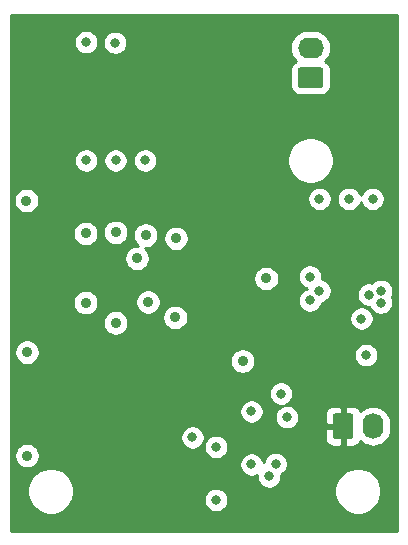
<source format=gbr>
%TF.GenerationSoftware,KiCad,Pcbnew,5.1.10-8.fc35*%
%TF.CreationDate,2021-11-18T10:19:23+00:00*%
%TF.ProjectId,cryosub_power_converter_top_v02,6372796f-7375-4625-9f70-6f7765725f63,rev?*%
%TF.SameCoordinates,Original*%
%TF.FileFunction,Copper,L3,Inr*%
%TF.FilePolarity,Positive*%
%FSLAX45Y45*%
G04 Gerber Fmt 4.5, Leading zero omitted, Abs format (unit mm)*
G04 Created by KiCad (PCBNEW 5.1.10-8.fc35) date 2021-11-18 10:19:23*
%MOMM*%
%LPD*%
G01*
G04 APERTURE LIST*
%TA.AperFunction,ComponentPad*%
%ADD10O,1.740000X2.190000*%
%TD*%
%TA.AperFunction,ComponentPad*%
%ADD11O,2.190000X1.740000*%
%TD*%
%TA.AperFunction,ViaPad*%
%ADD12C,0.800000*%
%TD*%
%TA.AperFunction,ViaPad*%
%ADD13C,0.900000*%
%TD*%
%TA.AperFunction,Conductor*%
%ADD14C,0.254000*%
%TD*%
%TA.AperFunction,Conductor*%
%ADD15C,0.100000*%
%TD*%
G04 APERTURE END LIST*
D10*
%TO.N,GND*%
%TO.C,J1*%
X13129000Y-13550000D03*
%TO.N,VDC*%
%TA.AperFunction,ComponentPad*%
G36*
G01*
X12788000Y-13634500D02*
X12788000Y-13465500D01*
G75*
G02*
X12813000Y-13440500I25000J0D01*
G01*
X12937000Y-13440500D01*
G75*
G02*
X12962000Y-13465500I0J-25000D01*
G01*
X12962000Y-13634500D01*
G75*
G02*
X12937000Y-13659500I-25000J0D01*
G01*
X12813000Y-13659500D01*
G75*
G02*
X12788000Y-13634500I0J25000D01*
G01*
G37*
%TD.AperFunction*%
%TD*%
D11*
%TO.N,GND*%
%TO.C,J3*%
X12600000Y-10346000D03*
%TO.N,/p5v_out*%
%TA.AperFunction,ComponentPad*%
G36*
G01*
X12684500Y-10687000D02*
X12515500Y-10687000D01*
G75*
G02*
X12490500Y-10662000I0J25000D01*
G01*
X12490500Y-10538000D01*
G75*
G02*
X12515500Y-10513000I25000J0D01*
G01*
X12684500Y-10513000D01*
G75*
G02*
X12709500Y-10538000I0J-25000D01*
G01*
X12709500Y-10662000D01*
G75*
G02*
X12684500Y-10687000I-25000J0D01*
G01*
G37*
%TD.AperFunction*%
%TD*%
D12*
%TO.N,GND*%
X12595000Y-12285000D03*
X12675000Y-12405000D03*
X12595000Y-12485000D03*
X13095259Y-12437500D03*
X13195000Y-12405000D03*
X13195000Y-12505000D03*
X10700000Y-11300000D03*
X10950000Y-11300000D03*
X11200000Y-11300000D03*
X12350000Y-13275000D03*
X12100000Y-13875000D03*
X12925000Y-11625000D03*
X13125000Y-11625000D03*
X12675000Y-11625000D03*
X13030000Y-12640000D03*
X13070000Y-12950000D03*
D13*
X10200000Y-13800000D03*
X10200000Y-12925000D03*
X10950000Y-12675000D03*
X12025000Y-13000000D03*
X12225000Y-12300000D03*
X10696000Y-11919000D03*
X10950000Y-11910000D03*
X11204000Y-11934000D03*
X11130000Y-12130000D03*
D12*
X11600000Y-13645000D03*
%TO.N,/On When Warm/VD1*%
X12400000Y-13475000D03*
%TO.N,/On When Warm/vs*%
X11800000Y-13725000D03*
X11800000Y-14175000D03*
%TO.N,/On When Warm/vg1*%
X12100000Y-13425000D03*
%TO.N,/thermistor*%
X12250000Y-13975000D03*
%TO.N,/On When Warm/vd2*%
X12305132Y-13870617D03*
%TO.N,VDC*%
X12595000Y-12665000D03*
X12595000Y-12825000D03*
X12595000Y-13005000D03*
X12000000Y-10900000D03*
X11278000Y-14278000D03*
X12550000Y-13475000D03*
X12550000Y-14225000D03*
X11625000Y-14100000D03*
X11674818Y-13368949D03*
%TO.N,/dc_dc/vout*%
X10946000Y-10304000D03*
X10700000Y-10300000D03*
D13*
%TO.N,Net-(PS1-Pad10)*%
X10195000Y-11640000D03*
%TO.N,Net-(PS1-Pad6)*%
X11460000Y-11960000D03*
%TO.N,Net-(C7-Pad1)*%
X10696000Y-12504000D03*
%TO.N,Net-(C8-Pad1)*%
X11225000Y-12500000D03*
X11455000Y-12630000D03*
%TD*%
D14*
%TO.N,VDC*%
X13334000Y-14434000D02*
X10066000Y-14434000D01*
X10066000Y-14080449D01*
X10201500Y-14080449D01*
X10201500Y-14119550D01*
X10209128Y-14157900D01*
X10224092Y-14194025D01*
X10245815Y-14226536D01*
X10273464Y-14254185D01*
X10305975Y-14275908D01*
X10342100Y-14290872D01*
X10380450Y-14298500D01*
X10419551Y-14298500D01*
X10457900Y-14290872D01*
X10494025Y-14275908D01*
X10526536Y-14254185D01*
X10554185Y-14226536D01*
X10575909Y-14194025D01*
X10588011Y-14164806D01*
X11696500Y-14164806D01*
X11696500Y-14185194D01*
X11700477Y-14205190D01*
X11708279Y-14224026D01*
X11719606Y-14240977D01*
X11734023Y-14255394D01*
X11750974Y-14266720D01*
X11769810Y-14274523D01*
X11789806Y-14278500D01*
X11810194Y-14278500D01*
X11830190Y-14274523D01*
X11849026Y-14266720D01*
X11865977Y-14255394D01*
X11880394Y-14240977D01*
X11891720Y-14224026D01*
X11899523Y-14205190D01*
X11903500Y-14185194D01*
X11903500Y-14164806D01*
X11899523Y-14144810D01*
X11891720Y-14125974D01*
X11880394Y-14109023D01*
X11865977Y-14094606D01*
X11849026Y-14083279D01*
X11842193Y-14080449D01*
X12801500Y-14080449D01*
X12801500Y-14119550D01*
X12809128Y-14157900D01*
X12824091Y-14194025D01*
X12845815Y-14226536D01*
X12873464Y-14254185D01*
X12905975Y-14275908D01*
X12942100Y-14290872D01*
X12980449Y-14298500D01*
X13019550Y-14298500D01*
X13057900Y-14290872D01*
X13094025Y-14275908D01*
X13126536Y-14254185D01*
X13154185Y-14226536D01*
X13175908Y-14194025D01*
X13190872Y-14157900D01*
X13198500Y-14119550D01*
X13198500Y-14080449D01*
X13190872Y-14042100D01*
X13175908Y-14005975D01*
X13154185Y-13973464D01*
X13126536Y-13945815D01*
X13094025Y-13924091D01*
X13057900Y-13909128D01*
X13019550Y-13901500D01*
X12980449Y-13901500D01*
X12942100Y-13909128D01*
X12905975Y-13924091D01*
X12873464Y-13945815D01*
X12845815Y-13973464D01*
X12824091Y-14005975D01*
X12809128Y-14042100D01*
X12801500Y-14080449D01*
X11842193Y-14080449D01*
X11830190Y-14075477D01*
X11810194Y-14071500D01*
X11789806Y-14071500D01*
X11769810Y-14075477D01*
X11750974Y-14083279D01*
X11734023Y-14094606D01*
X11719606Y-14109023D01*
X11708279Y-14125974D01*
X11700477Y-14144810D01*
X11696500Y-14164806D01*
X10588011Y-14164806D01*
X10590872Y-14157900D01*
X10598500Y-14119550D01*
X10598500Y-14080449D01*
X10590872Y-14042100D01*
X10575909Y-14005975D01*
X10554185Y-13973464D01*
X10526536Y-13945815D01*
X10494025Y-13924091D01*
X10457900Y-13909128D01*
X10419551Y-13901500D01*
X10380450Y-13901500D01*
X10342100Y-13909128D01*
X10305975Y-13924091D01*
X10273464Y-13945815D01*
X10245815Y-13973464D01*
X10224092Y-14005975D01*
X10209128Y-14042100D01*
X10201500Y-14080449D01*
X10066000Y-14080449D01*
X10066000Y-13789314D01*
X10091500Y-13789314D01*
X10091500Y-13810686D01*
X10095670Y-13831648D01*
X10103849Y-13851394D01*
X10115723Y-13869165D01*
X10130835Y-13884277D01*
X10148606Y-13896151D01*
X10168352Y-13904330D01*
X10189314Y-13908500D01*
X10210686Y-13908500D01*
X10231648Y-13904330D01*
X10251394Y-13896151D01*
X10269165Y-13884277D01*
X10284278Y-13869165D01*
X10287190Y-13864806D01*
X11996500Y-13864806D01*
X11996500Y-13885194D01*
X12000477Y-13905190D01*
X12008279Y-13924026D01*
X12019606Y-13940977D01*
X12034023Y-13955394D01*
X12050974Y-13966720D01*
X12069810Y-13974523D01*
X12089806Y-13978500D01*
X12110194Y-13978500D01*
X12130190Y-13974523D01*
X12146500Y-13967767D01*
X12146500Y-13985194D01*
X12150477Y-14005190D01*
X12158279Y-14024026D01*
X12169606Y-14040977D01*
X12184023Y-14055394D01*
X12200974Y-14066720D01*
X12219810Y-14074523D01*
X12239806Y-14078500D01*
X12260194Y-14078500D01*
X12280190Y-14074523D01*
X12299026Y-14066720D01*
X12315977Y-14055394D01*
X12330394Y-14040977D01*
X12341720Y-14024026D01*
X12349523Y-14005190D01*
X12353500Y-13985194D01*
X12353500Y-13964806D01*
X12353096Y-13962777D01*
X12354157Y-13962338D01*
X12371109Y-13951011D01*
X12385525Y-13936595D01*
X12396852Y-13919643D01*
X12404654Y-13900807D01*
X12408632Y-13880811D01*
X12408632Y-13860424D01*
X12404654Y-13840428D01*
X12396852Y-13821592D01*
X12385525Y-13804640D01*
X12371109Y-13790224D01*
X12354157Y-13778897D01*
X12335322Y-13771095D01*
X12315326Y-13767117D01*
X12294938Y-13767117D01*
X12274942Y-13771095D01*
X12256106Y-13778897D01*
X12239154Y-13790224D01*
X12224738Y-13804640D01*
X12213411Y-13821592D01*
X12205609Y-13840428D01*
X12202130Y-13857919D01*
X12199523Y-13844810D01*
X12191720Y-13825974D01*
X12180394Y-13809023D01*
X12165977Y-13794606D01*
X12149026Y-13783279D01*
X12130190Y-13775477D01*
X12110194Y-13771500D01*
X12089806Y-13771500D01*
X12069810Y-13775477D01*
X12050974Y-13783279D01*
X12034023Y-13794606D01*
X12019606Y-13809023D01*
X12008279Y-13825974D01*
X12000477Y-13844810D01*
X11996500Y-13864806D01*
X10287190Y-13864806D01*
X10296152Y-13851394D01*
X10304330Y-13831648D01*
X10308500Y-13810686D01*
X10308500Y-13789314D01*
X10304330Y-13768352D01*
X10296152Y-13748606D01*
X10284278Y-13730835D01*
X10269165Y-13715722D01*
X10251394Y-13703848D01*
X10231648Y-13695670D01*
X10210686Y-13691500D01*
X10189314Y-13691500D01*
X10168352Y-13695670D01*
X10148606Y-13703848D01*
X10130835Y-13715722D01*
X10115723Y-13730835D01*
X10103849Y-13748606D01*
X10095670Y-13768352D01*
X10091500Y-13789314D01*
X10066000Y-13789314D01*
X10066000Y-13634806D01*
X11496500Y-13634806D01*
X11496500Y-13655194D01*
X11500477Y-13675190D01*
X11508279Y-13694026D01*
X11519606Y-13710978D01*
X11534023Y-13725394D01*
X11550974Y-13736721D01*
X11569810Y-13744523D01*
X11589806Y-13748500D01*
X11610194Y-13748500D01*
X11630190Y-13744523D01*
X11649026Y-13736721D01*
X11665977Y-13725394D01*
X11676565Y-13714806D01*
X11696500Y-13714806D01*
X11696500Y-13735194D01*
X11700477Y-13755190D01*
X11708279Y-13774026D01*
X11719606Y-13790977D01*
X11734023Y-13805394D01*
X11750974Y-13816720D01*
X11769810Y-13824523D01*
X11789806Y-13828500D01*
X11810194Y-13828500D01*
X11830190Y-13824523D01*
X11849026Y-13816720D01*
X11865977Y-13805394D01*
X11880394Y-13790977D01*
X11891720Y-13774026D01*
X11899523Y-13755190D01*
X11903500Y-13735194D01*
X11903500Y-13714806D01*
X11899523Y-13694810D01*
X11891720Y-13675974D01*
X11880713Y-13659500D01*
X12724193Y-13659500D01*
X12725419Y-13671948D01*
X12729050Y-13683918D01*
X12734946Y-13694949D01*
X12742881Y-13704618D01*
X12752551Y-13712554D01*
X12763582Y-13718450D01*
X12775552Y-13722081D01*
X12788000Y-13723307D01*
X12846425Y-13723000D01*
X12862300Y-13707125D01*
X12862300Y-13562700D01*
X12740375Y-13562700D01*
X12724500Y-13578575D01*
X12724193Y-13659500D01*
X11880713Y-13659500D01*
X11880394Y-13659023D01*
X11865977Y-13644606D01*
X11849026Y-13633279D01*
X11830190Y-13625477D01*
X11810194Y-13621500D01*
X11789806Y-13621500D01*
X11769810Y-13625477D01*
X11750974Y-13633279D01*
X11734023Y-13644606D01*
X11719606Y-13659023D01*
X11708279Y-13675974D01*
X11700477Y-13694810D01*
X11696500Y-13714806D01*
X11676565Y-13714806D01*
X11680394Y-13710978D01*
X11691720Y-13694026D01*
X11699523Y-13675190D01*
X11703500Y-13655194D01*
X11703500Y-13634806D01*
X11699523Y-13614810D01*
X11691720Y-13595975D01*
X11680394Y-13579023D01*
X11665977Y-13564606D01*
X11649026Y-13553280D01*
X11630190Y-13545478D01*
X11610194Y-13541500D01*
X11589806Y-13541500D01*
X11569810Y-13545478D01*
X11550974Y-13553280D01*
X11534023Y-13564606D01*
X11519606Y-13579023D01*
X11508279Y-13595975D01*
X11500477Y-13614810D01*
X11496500Y-13634806D01*
X10066000Y-13634806D01*
X10066000Y-13414806D01*
X11996500Y-13414806D01*
X11996500Y-13435194D01*
X12000477Y-13455190D01*
X12008279Y-13474026D01*
X12019606Y-13490977D01*
X12034023Y-13505394D01*
X12050974Y-13516720D01*
X12069810Y-13524523D01*
X12089806Y-13528500D01*
X12110194Y-13528500D01*
X12130190Y-13524523D01*
X12149026Y-13516720D01*
X12165977Y-13505394D01*
X12180394Y-13490977D01*
X12191720Y-13474026D01*
X12199523Y-13455190D01*
X12203500Y-13435194D01*
X12203500Y-13414806D01*
X12199523Y-13394810D01*
X12191720Y-13375974D01*
X12180394Y-13359023D01*
X12165977Y-13344606D01*
X12149026Y-13333279D01*
X12130190Y-13325477D01*
X12110194Y-13321500D01*
X12089806Y-13321500D01*
X12069810Y-13325477D01*
X12050974Y-13333279D01*
X12034023Y-13344606D01*
X12019606Y-13359023D01*
X12008279Y-13375974D01*
X12000477Y-13394810D01*
X11996500Y-13414806D01*
X10066000Y-13414806D01*
X10066000Y-13264806D01*
X12246500Y-13264806D01*
X12246500Y-13285194D01*
X12250477Y-13305190D01*
X12258279Y-13324026D01*
X12269606Y-13340977D01*
X12284023Y-13355394D01*
X12300974Y-13366720D01*
X12319810Y-13374523D01*
X12339806Y-13378500D01*
X12360194Y-13378500D01*
X12364656Y-13377612D01*
X12350974Y-13383279D01*
X12334023Y-13394606D01*
X12319606Y-13409023D01*
X12308279Y-13425974D01*
X12300477Y-13444810D01*
X12296500Y-13464806D01*
X12296500Y-13485194D01*
X12300477Y-13505190D01*
X12308279Y-13524026D01*
X12319606Y-13540977D01*
X12334023Y-13555394D01*
X12350974Y-13566720D01*
X12369810Y-13574523D01*
X12389806Y-13578500D01*
X12410194Y-13578500D01*
X12430190Y-13574523D01*
X12449026Y-13566720D01*
X12465977Y-13555394D01*
X12480394Y-13540977D01*
X12491720Y-13524026D01*
X12499523Y-13505190D01*
X12503500Y-13485194D01*
X12503500Y-13464806D01*
X12499523Y-13444810D01*
X12497737Y-13440500D01*
X12724193Y-13440500D01*
X12724500Y-13521425D01*
X12740375Y-13537300D01*
X12862300Y-13537300D01*
X12862300Y-13392875D01*
X12887700Y-13392875D01*
X12887700Y-13537300D01*
X12889700Y-13537300D01*
X12889700Y-13562700D01*
X12887700Y-13562700D01*
X12887700Y-13707125D01*
X12903575Y-13723000D01*
X12962000Y-13723307D01*
X12974448Y-13722081D01*
X12986418Y-13718450D01*
X12997449Y-13712554D01*
X13007118Y-13704618D01*
X13015054Y-13694949D01*
X13020950Y-13683918D01*
X13022261Y-13679595D01*
X13044982Y-13698242D01*
X13071128Y-13712217D01*
X13099497Y-13720822D01*
X13129000Y-13723728D01*
X13158503Y-13720822D01*
X13186872Y-13712217D01*
X13213018Y-13698242D01*
X13235934Y-13679434D01*
X13254742Y-13656518D01*
X13268717Y-13630372D01*
X13277322Y-13602003D01*
X13279500Y-13579893D01*
X13279500Y-13520106D01*
X13277322Y-13497997D01*
X13268717Y-13469627D01*
X13254742Y-13443482D01*
X13235934Y-13420565D01*
X13213018Y-13401758D01*
X13186872Y-13387783D01*
X13158503Y-13379178D01*
X13129000Y-13376272D01*
X13099497Y-13379178D01*
X13071127Y-13387783D01*
X13044982Y-13401758D01*
X13022261Y-13420405D01*
X13020950Y-13416082D01*
X13015054Y-13405051D01*
X13007118Y-13395381D01*
X12997449Y-13387446D01*
X12986418Y-13381550D01*
X12974448Y-13377919D01*
X12962000Y-13376693D01*
X12903575Y-13377000D01*
X12887700Y-13392875D01*
X12862300Y-13392875D01*
X12846425Y-13377000D01*
X12788000Y-13376693D01*
X12775552Y-13377919D01*
X12763582Y-13381550D01*
X12752551Y-13387446D01*
X12742881Y-13395381D01*
X12734946Y-13405051D01*
X12729050Y-13416082D01*
X12725419Y-13428052D01*
X12724193Y-13440500D01*
X12497737Y-13440500D01*
X12491720Y-13425974D01*
X12480394Y-13409023D01*
X12465977Y-13394606D01*
X12449026Y-13383279D01*
X12430190Y-13375477D01*
X12410194Y-13371500D01*
X12389806Y-13371500D01*
X12385344Y-13372387D01*
X12399026Y-13366720D01*
X12415977Y-13355394D01*
X12430394Y-13340977D01*
X12441720Y-13324026D01*
X12449523Y-13305190D01*
X12453500Y-13285194D01*
X12453500Y-13264806D01*
X12449523Y-13244810D01*
X12441720Y-13225974D01*
X12430394Y-13209023D01*
X12415977Y-13194606D01*
X12399026Y-13183279D01*
X12380190Y-13175477D01*
X12360194Y-13171500D01*
X12339806Y-13171500D01*
X12319810Y-13175477D01*
X12300974Y-13183279D01*
X12284023Y-13194606D01*
X12269606Y-13209023D01*
X12258279Y-13225974D01*
X12250477Y-13244810D01*
X12246500Y-13264806D01*
X10066000Y-13264806D01*
X10066000Y-12914314D01*
X10091500Y-12914314D01*
X10091500Y-12935686D01*
X10095670Y-12956648D01*
X10103849Y-12976394D01*
X10115723Y-12994165D01*
X10130835Y-13009277D01*
X10148606Y-13021151D01*
X10168352Y-13029330D01*
X10189314Y-13033500D01*
X10210686Y-13033500D01*
X10231648Y-13029330D01*
X10251394Y-13021151D01*
X10269165Y-13009277D01*
X10284278Y-12994165D01*
X10287519Y-12989314D01*
X11916500Y-12989314D01*
X11916500Y-13010686D01*
X11920670Y-13031648D01*
X11928848Y-13051394D01*
X11940722Y-13069165D01*
X11955835Y-13084277D01*
X11973606Y-13096151D01*
X11993352Y-13104330D01*
X12014314Y-13108500D01*
X12035686Y-13108500D01*
X12056648Y-13104330D01*
X12076394Y-13096151D01*
X12094165Y-13084277D01*
X12109277Y-13069165D01*
X12121151Y-13051394D01*
X12129330Y-13031648D01*
X12133500Y-13010686D01*
X12133500Y-12989314D01*
X12129330Y-12968352D01*
X12121151Y-12948606D01*
X12115272Y-12939806D01*
X12966500Y-12939806D01*
X12966500Y-12960194D01*
X12970477Y-12980190D01*
X12978279Y-12999026D01*
X12989606Y-13015977D01*
X13004023Y-13030394D01*
X13020974Y-13041720D01*
X13039810Y-13049523D01*
X13059806Y-13053500D01*
X13080194Y-13053500D01*
X13100190Y-13049523D01*
X13119026Y-13041720D01*
X13135977Y-13030394D01*
X13150394Y-13015977D01*
X13161720Y-12999026D01*
X13169523Y-12980190D01*
X13173500Y-12960194D01*
X13173500Y-12939806D01*
X13169523Y-12919810D01*
X13161720Y-12900974D01*
X13150394Y-12884023D01*
X13135977Y-12869606D01*
X13119026Y-12858279D01*
X13100190Y-12850477D01*
X13080194Y-12846500D01*
X13059806Y-12846500D01*
X13039810Y-12850477D01*
X13020974Y-12858279D01*
X13004023Y-12869606D01*
X12989606Y-12884023D01*
X12978279Y-12900974D01*
X12970477Y-12919810D01*
X12966500Y-12939806D01*
X12115272Y-12939806D01*
X12109277Y-12930835D01*
X12094165Y-12915722D01*
X12076394Y-12903848D01*
X12056648Y-12895670D01*
X12035686Y-12891500D01*
X12014314Y-12891500D01*
X11993352Y-12895670D01*
X11973606Y-12903848D01*
X11955835Y-12915722D01*
X11940722Y-12930835D01*
X11928848Y-12948606D01*
X11920670Y-12968352D01*
X11916500Y-12989314D01*
X10287519Y-12989314D01*
X10296152Y-12976394D01*
X10304330Y-12956648D01*
X10308500Y-12935686D01*
X10308500Y-12914314D01*
X10304330Y-12893352D01*
X10296152Y-12873606D01*
X10284278Y-12855835D01*
X10269165Y-12840722D01*
X10251394Y-12828848D01*
X10231648Y-12820670D01*
X10210686Y-12816500D01*
X10189314Y-12816500D01*
X10168352Y-12820670D01*
X10148606Y-12828848D01*
X10130835Y-12840722D01*
X10115723Y-12855835D01*
X10103849Y-12873606D01*
X10095670Y-12893352D01*
X10091500Y-12914314D01*
X10066000Y-12914314D01*
X10066000Y-12664314D01*
X10841500Y-12664314D01*
X10841500Y-12685686D01*
X10845670Y-12706648D01*
X10853849Y-12726394D01*
X10865723Y-12744165D01*
X10880835Y-12759277D01*
X10898606Y-12771151D01*
X10918352Y-12779330D01*
X10939314Y-12783500D01*
X10960686Y-12783500D01*
X10981648Y-12779330D01*
X11001394Y-12771151D01*
X11019165Y-12759277D01*
X11034278Y-12744165D01*
X11046152Y-12726394D01*
X11054330Y-12706648D01*
X11058500Y-12685686D01*
X11058500Y-12664314D01*
X11054330Y-12643352D01*
X11046152Y-12623606D01*
X11043284Y-12619314D01*
X11346500Y-12619314D01*
X11346500Y-12640686D01*
X11350670Y-12661648D01*
X11358848Y-12681394D01*
X11370722Y-12699165D01*
X11385835Y-12714277D01*
X11403606Y-12726151D01*
X11423352Y-12734330D01*
X11444314Y-12738500D01*
X11465686Y-12738500D01*
X11486648Y-12734330D01*
X11506394Y-12726151D01*
X11524165Y-12714277D01*
X11539277Y-12699165D01*
X11551151Y-12681394D01*
X11559330Y-12661648D01*
X11563500Y-12640686D01*
X11563500Y-12629806D01*
X12926500Y-12629806D01*
X12926500Y-12650194D01*
X12930477Y-12670190D01*
X12938279Y-12689026D01*
X12949606Y-12705977D01*
X12964023Y-12720394D01*
X12980974Y-12731720D01*
X12999810Y-12739523D01*
X13019806Y-12743500D01*
X13040194Y-12743500D01*
X13060190Y-12739523D01*
X13079026Y-12731720D01*
X13095977Y-12720394D01*
X13110394Y-12705977D01*
X13121720Y-12689026D01*
X13129523Y-12670190D01*
X13133500Y-12650194D01*
X13133500Y-12629806D01*
X13129523Y-12609810D01*
X13121720Y-12590974D01*
X13110394Y-12574023D01*
X13095977Y-12559606D01*
X13079026Y-12548279D01*
X13060190Y-12540477D01*
X13040194Y-12536500D01*
X13019806Y-12536500D01*
X12999810Y-12540477D01*
X12980974Y-12548279D01*
X12964023Y-12559606D01*
X12949606Y-12574023D01*
X12938279Y-12590974D01*
X12930477Y-12609810D01*
X12926500Y-12629806D01*
X11563500Y-12629806D01*
X11563500Y-12619314D01*
X11559330Y-12598352D01*
X11551151Y-12578606D01*
X11539277Y-12560835D01*
X11524165Y-12545722D01*
X11506394Y-12533848D01*
X11486648Y-12525670D01*
X11465686Y-12521500D01*
X11444314Y-12521500D01*
X11423352Y-12525670D01*
X11403606Y-12533848D01*
X11385835Y-12545722D01*
X11370722Y-12560835D01*
X11358848Y-12578606D01*
X11350670Y-12598352D01*
X11346500Y-12619314D01*
X11043284Y-12619314D01*
X11034278Y-12605835D01*
X11019165Y-12590722D01*
X11001394Y-12578848D01*
X10981648Y-12570670D01*
X10960686Y-12566500D01*
X10939314Y-12566500D01*
X10918352Y-12570670D01*
X10898606Y-12578848D01*
X10880835Y-12590722D01*
X10865723Y-12605835D01*
X10853849Y-12623606D01*
X10845670Y-12643352D01*
X10841500Y-12664314D01*
X10066000Y-12664314D01*
X10066000Y-12493314D01*
X10587500Y-12493314D01*
X10587500Y-12514686D01*
X10591670Y-12535648D01*
X10599849Y-12555394D01*
X10611723Y-12573165D01*
X10626835Y-12588277D01*
X10644606Y-12600151D01*
X10664352Y-12608330D01*
X10685314Y-12612500D01*
X10706686Y-12612500D01*
X10727648Y-12608330D01*
X10747394Y-12600151D01*
X10765165Y-12588277D01*
X10780278Y-12573165D01*
X10792152Y-12555394D01*
X10800330Y-12535648D01*
X10804500Y-12514686D01*
X10804500Y-12493314D01*
X10803704Y-12489314D01*
X11116500Y-12489314D01*
X11116500Y-12510686D01*
X11120670Y-12531648D01*
X11128849Y-12551394D01*
X11140723Y-12569165D01*
X11155835Y-12584277D01*
X11173606Y-12596151D01*
X11193352Y-12604330D01*
X11214314Y-12608500D01*
X11235686Y-12608500D01*
X11256648Y-12604330D01*
X11276394Y-12596151D01*
X11294165Y-12584277D01*
X11309277Y-12569165D01*
X11321151Y-12551394D01*
X11329330Y-12531648D01*
X11333500Y-12510686D01*
X11333500Y-12489314D01*
X11329330Y-12468352D01*
X11321151Y-12448606D01*
X11309277Y-12430835D01*
X11294165Y-12415722D01*
X11276394Y-12403848D01*
X11256648Y-12395670D01*
X11235686Y-12391500D01*
X11214314Y-12391500D01*
X11193352Y-12395670D01*
X11173606Y-12403848D01*
X11155835Y-12415722D01*
X11140723Y-12430835D01*
X11128849Y-12448606D01*
X11120670Y-12468352D01*
X11116500Y-12489314D01*
X10803704Y-12489314D01*
X10800330Y-12472352D01*
X10792152Y-12452606D01*
X10780278Y-12434835D01*
X10765165Y-12419722D01*
X10747394Y-12407848D01*
X10727648Y-12399670D01*
X10706686Y-12395500D01*
X10685314Y-12395500D01*
X10664352Y-12399670D01*
X10644606Y-12407848D01*
X10626835Y-12419722D01*
X10611723Y-12434835D01*
X10599849Y-12452606D01*
X10591670Y-12472352D01*
X10587500Y-12493314D01*
X10066000Y-12493314D01*
X10066000Y-12289314D01*
X12116500Y-12289314D01*
X12116500Y-12310686D01*
X12120670Y-12331648D01*
X12128848Y-12351394D01*
X12140722Y-12369165D01*
X12155835Y-12384277D01*
X12173606Y-12396151D01*
X12193352Y-12404330D01*
X12214314Y-12408500D01*
X12235686Y-12408500D01*
X12256648Y-12404330D01*
X12276394Y-12396151D01*
X12294165Y-12384277D01*
X12309277Y-12369165D01*
X12321151Y-12351394D01*
X12329330Y-12331648D01*
X12333500Y-12310686D01*
X12333500Y-12289314D01*
X12330614Y-12274806D01*
X12491500Y-12274806D01*
X12491500Y-12295194D01*
X12495477Y-12315190D01*
X12503279Y-12334026D01*
X12514606Y-12350977D01*
X12529023Y-12365394D01*
X12545974Y-12376720D01*
X12564810Y-12384523D01*
X12567210Y-12385000D01*
X12564810Y-12385477D01*
X12545974Y-12393279D01*
X12529023Y-12404606D01*
X12514606Y-12419023D01*
X12503279Y-12435974D01*
X12495477Y-12454810D01*
X12491500Y-12474806D01*
X12491500Y-12495194D01*
X12495477Y-12515190D01*
X12503279Y-12534026D01*
X12514606Y-12550977D01*
X12529023Y-12565394D01*
X12545974Y-12576720D01*
X12564810Y-12584523D01*
X12584806Y-12588500D01*
X12605194Y-12588500D01*
X12625190Y-12584523D01*
X12644026Y-12576720D01*
X12660977Y-12565394D01*
X12675394Y-12550977D01*
X12686720Y-12534026D01*
X12694523Y-12515190D01*
X12696292Y-12506292D01*
X12705190Y-12504523D01*
X12724026Y-12496720D01*
X12740977Y-12485394D01*
X12755394Y-12470977D01*
X12766720Y-12454026D01*
X12774523Y-12435190D01*
X12776091Y-12427306D01*
X12991759Y-12427306D01*
X12991759Y-12447693D01*
X12995737Y-12467689D01*
X13003539Y-12486525D01*
X13014866Y-12503477D01*
X13029282Y-12517893D01*
X13046234Y-12529220D01*
X13065069Y-12537022D01*
X13085065Y-12541000D01*
X13097884Y-12541000D01*
X13103279Y-12554026D01*
X13114606Y-12570977D01*
X13129023Y-12585394D01*
X13145974Y-12596720D01*
X13164810Y-12604523D01*
X13184806Y-12608500D01*
X13205194Y-12608500D01*
X13225190Y-12604523D01*
X13244026Y-12596720D01*
X13260977Y-12585394D01*
X13275394Y-12570977D01*
X13286720Y-12554026D01*
X13294523Y-12535190D01*
X13298500Y-12515194D01*
X13298500Y-12494806D01*
X13294523Y-12474810D01*
X13286720Y-12455974D01*
X13286069Y-12455000D01*
X13286720Y-12454026D01*
X13294523Y-12435190D01*
X13298500Y-12415194D01*
X13298500Y-12394806D01*
X13294523Y-12374810D01*
X13286720Y-12355974D01*
X13275394Y-12339023D01*
X13260977Y-12324606D01*
X13244026Y-12313279D01*
X13225190Y-12305477D01*
X13205194Y-12301500D01*
X13184806Y-12301500D01*
X13164810Y-12305477D01*
X13145974Y-12313279D01*
X13129023Y-12324606D01*
X13117277Y-12336352D01*
X13105453Y-12334000D01*
X13085065Y-12334000D01*
X13065069Y-12337977D01*
X13046234Y-12345779D01*
X13029282Y-12357106D01*
X13014866Y-12371522D01*
X13003539Y-12388474D01*
X12995737Y-12407310D01*
X12991759Y-12427306D01*
X12776091Y-12427306D01*
X12778500Y-12415194D01*
X12778500Y-12394806D01*
X12774523Y-12374810D01*
X12766720Y-12355974D01*
X12755394Y-12339023D01*
X12740977Y-12324606D01*
X12724026Y-12313279D01*
X12705190Y-12305477D01*
X12696787Y-12303806D01*
X12698500Y-12295194D01*
X12698500Y-12274806D01*
X12694523Y-12254810D01*
X12686720Y-12235974D01*
X12675394Y-12219023D01*
X12660977Y-12204606D01*
X12644026Y-12193279D01*
X12625190Y-12185477D01*
X12605194Y-12181500D01*
X12584806Y-12181500D01*
X12564810Y-12185477D01*
X12545974Y-12193279D01*
X12529023Y-12204606D01*
X12514606Y-12219023D01*
X12503279Y-12235974D01*
X12495477Y-12254810D01*
X12491500Y-12274806D01*
X12330614Y-12274806D01*
X12329330Y-12268352D01*
X12321151Y-12248606D01*
X12309277Y-12230835D01*
X12294165Y-12215722D01*
X12276394Y-12203848D01*
X12256648Y-12195670D01*
X12235686Y-12191500D01*
X12214314Y-12191500D01*
X12193352Y-12195670D01*
X12173606Y-12203848D01*
X12155835Y-12215722D01*
X12140722Y-12230835D01*
X12128848Y-12248606D01*
X12120670Y-12268352D01*
X12116500Y-12289314D01*
X10066000Y-12289314D01*
X10066000Y-12119314D01*
X11021500Y-12119314D01*
X11021500Y-12140686D01*
X11025670Y-12161648D01*
X11033849Y-12181394D01*
X11045723Y-12199165D01*
X11060835Y-12214277D01*
X11078606Y-12226151D01*
X11098352Y-12234330D01*
X11119314Y-12238500D01*
X11140686Y-12238500D01*
X11161648Y-12234330D01*
X11181394Y-12226151D01*
X11199165Y-12214277D01*
X11214277Y-12199165D01*
X11226151Y-12181394D01*
X11234330Y-12161648D01*
X11238500Y-12140686D01*
X11238500Y-12119314D01*
X11234330Y-12098352D01*
X11226151Y-12078606D01*
X11214277Y-12060835D01*
X11199165Y-12045722D01*
X11194342Y-12042500D01*
X11214686Y-12042500D01*
X11235648Y-12038330D01*
X11255394Y-12030151D01*
X11273165Y-12018277D01*
X11288277Y-12003165D01*
X11300151Y-11985394D01*
X11308330Y-11965648D01*
X11311579Y-11949314D01*
X11351500Y-11949314D01*
X11351500Y-11970686D01*
X11355670Y-11991648D01*
X11363848Y-12011394D01*
X11375722Y-12029165D01*
X11390835Y-12044277D01*
X11408606Y-12056151D01*
X11428352Y-12064330D01*
X11449314Y-12068500D01*
X11470686Y-12068500D01*
X11491648Y-12064330D01*
X11511394Y-12056151D01*
X11529165Y-12044277D01*
X11544277Y-12029165D01*
X11556151Y-12011394D01*
X11564330Y-11991648D01*
X11568500Y-11970686D01*
X11568500Y-11949314D01*
X11564330Y-11928352D01*
X11556151Y-11908606D01*
X11544277Y-11890835D01*
X11529165Y-11875722D01*
X11511394Y-11863848D01*
X11491648Y-11855670D01*
X11470686Y-11851500D01*
X11449314Y-11851500D01*
X11428352Y-11855670D01*
X11408606Y-11863848D01*
X11390835Y-11875722D01*
X11375722Y-11890835D01*
X11363848Y-11908606D01*
X11355670Y-11928352D01*
X11351500Y-11949314D01*
X11311579Y-11949314D01*
X11312500Y-11944686D01*
X11312500Y-11923314D01*
X11308330Y-11902352D01*
X11300151Y-11882606D01*
X11288277Y-11864835D01*
X11273165Y-11849722D01*
X11255394Y-11837848D01*
X11235648Y-11829670D01*
X11214686Y-11825500D01*
X11193314Y-11825500D01*
X11172352Y-11829670D01*
X11152606Y-11837848D01*
X11134835Y-11849722D01*
X11119723Y-11864835D01*
X11107849Y-11882606D01*
X11099670Y-11902352D01*
X11095500Y-11923314D01*
X11095500Y-11944686D01*
X11099670Y-11965648D01*
X11107849Y-11985394D01*
X11119723Y-12003165D01*
X11134835Y-12018277D01*
X11139658Y-12021500D01*
X11119314Y-12021500D01*
X11098352Y-12025670D01*
X11078606Y-12033848D01*
X11060835Y-12045722D01*
X11045723Y-12060835D01*
X11033849Y-12078606D01*
X11025670Y-12098352D01*
X11021500Y-12119314D01*
X10066000Y-12119314D01*
X10066000Y-11908314D01*
X10587500Y-11908314D01*
X10587500Y-11929686D01*
X10591670Y-11950648D01*
X10599849Y-11970394D01*
X10611723Y-11988165D01*
X10626835Y-12003277D01*
X10644606Y-12015151D01*
X10664352Y-12023330D01*
X10685314Y-12027500D01*
X10706686Y-12027500D01*
X10727648Y-12023330D01*
X10747394Y-12015151D01*
X10765165Y-12003277D01*
X10780278Y-11988165D01*
X10792152Y-11970394D01*
X10800330Y-11950648D01*
X10804500Y-11929686D01*
X10804500Y-11908314D01*
X10802710Y-11899314D01*
X10841500Y-11899314D01*
X10841500Y-11920686D01*
X10845670Y-11941648D01*
X10853849Y-11961394D01*
X10865723Y-11979165D01*
X10880835Y-11994277D01*
X10898606Y-12006151D01*
X10918352Y-12014330D01*
X10939314Y-12018500D01*
X10960686Y-12018500D01*
X10981648Y-12014330D01*
X11001394Y-12006151D01*
X11019165Y-11994277D01*
X11034278Y-11979165D01*
X11046152Y-11961394D01*
X11054330Y-11941648D01*
X11058500Y-11920686D01*
X11058500Y-11899314D01*
X11054330Y-11878352D01*
X11046152Y-11858606D01*
X11034278Y-11840835D01*
X11019165Y-11825722D01*
X11001394Y-11813848D01*
X10981648Y-11805670D01*
X10960686Y-11801500D01*
X10939314Y-11801500D01*
X10918352Y-11805670D01*
X10898606Y-11813848D01*
X10880835Y-11825722D01*
X10865723Y-11840835D01*
X10853849Y-11858606D01*
X10845670Y-11878352D01*
X10841500Y-11899314D01*
X10802710Y-11899314D01*
X10800330Y-11887352D01*
X10792152Y-11867606D01*
X10780278Y-11849835D01*
X10765165Y-11834722D01*
X10747394Y-11822848D01*
X10727648Y-11814670D01*
X10706686Y-11810500D01*
X10685314Y-11810500D01*
X10664352Y-11814670D01*
X10644606Y-11822848D01*
X10626835Y-11834722D01*
X10611723Y-11849835D01*
X10599849Y-11867606D01*
X10591670Y-11887352D01*
X10587500Y-11908314D01*
X10066000Y-11908314D01*
X10066000Y-11629314D01*
X10086500Y-11629314D01*
X10086500Y-11650686D01*
X10090670Y-11671648D01*
X10098849Y-11691394D01*
X10110723Y-11709165D01*
X10125835Y-11724277D01*
X10143606Y-11736151D01*
X10163352Y-11744330D01*
X10184314Y-11748500D01*
X10205686Y-11748500D01*
X10226648Y-11744330D01*
X10246394Y-11736151D01*
X10264165Y-11724277D01*
X10279278Y-11709165D01*
X10291152Y-11691394D01*
X10299330Y-11671648D01*
X10303500Y-11650686D01*
X10303500Y-11629314D01*
X10300614Y-11614806D01*
X12571500Y-11614806D01*
X12571500Y-11635194D01*
X12575477Y-11655190D01*
X12583279Y-11674026D01*
X12594606Y-11690977D01*
X12609023Y-11705394D01*
X12625974Y-11716720D01*
X12644810Y-11724523D01*
X12664806Y-11728500D01*
X12685194Y-11728500D01*
X12705190Y-11724523D01*
X12724026Y-11716720D01*
X12740977Y-11705394D01*
X12755394Y-11690977D01*
X12766720Y-11674026D01*
X12774523Y-11655190D01*
X12778500Y-11635194D01*
X12778500Y-11614806D01*
X12821500Y-11614806D01*
X12821500Y-11635194D01*
X12825477Y-11655190D01*
X12833279Y-11674026D01*
X12844606Y-11690977D01*
X12859023Y-11705394D01*
X12875974Y-11716720D01*
X12894810Y-11724523D01*
X12914806Y-11728500D01*
X12935194Y-11728500D01*
X12955190Y-11724523D01*
X12974026Y-11716720D01*
X12990977Y-11705394D01*
X13005394Y-11690977D01*
X13016720Y-11674026D01*
X13024523Y-11655190D01*
X13025000Y-11652790D01*
X13025477Y-11655190D01*
X13033279Y-11674026D01*
X13044606Y-11690977D01*
X13059023Y-11705394D01*
X13075974Y-11716720D01*
X13094810Y-11724523D01*
X13114806Y-11728500D01*
X13135194Y-11728500D01*
X13155190Y-11724523D01*
X13174026Y-11716720D01*
X13190977Y-11705394D01*
X13205394Y-11690977D01*
X13216720Y-11674026D01*
X13224523Y-11655190D01*
X13228500Y-11635194D01*
X13228500Y-11614806D01*
X13224523Y-11594810D01*
X13216720Y-11575974D01*
X13205394Y-11559023D01*
X13190977Y-11544606D01*
X13174026Y-11533279D01*
X13155190Y-11525477D01*
X13135194Y-11521500D01*
X13114806Y-11521500D01*
X13094810Y-11525477D01*
X13075974Y-11533279D01*
X13059023Y-11544606D01*
X13044606Y-11559023D01*
X13033279Y-11575974D01*
X13025477Y-11594810D01*
X13025000Y-11597210D01*
X13024523Y-11594810D01*
X13016720Y-11575974D01*
X13005394Y-11559023D01*
X12990977Y-11544606D01*
X12974026Y-11533279D01*
X12955190Y-11525477D01*
X12935194Y-11521500D01*
X12914806Y-11521500D01*
X12894810Y-11525477D01*
X12875974Y-11533279D01*
X12859023Y-11544606D01*
X12844606Y-11559023D01*
X12833279Y-11575974D01*
X12825477Y-11594810D01*
X12821500Y-11614806D01*
X12778500Y-11614806D01*
X12774523Y-11594810D01*
X12766720Y-11575974D01*
X12755394Y-11559023D01*
X12740977Y-11544606D01*
X12724026Y-11533279D01*
X12705190Y-11525477D01*
X12685194Y-11521500D01*
X12664806Y-11521500D01*
X12644810Y-11525477D01*
X12625974Y-11533279D01*
X12609023Y-11544606D01*
X12594606Y-11559023D01*
X12583279Y-11575974D01*
X12575477Y-11594810D01*
X12571500Y-11614806D01*
X10300614Y-11614806D01*
X10299330Y-11608352D01*
X10291152Y-11588606D01*
X10279278Y-11570835D01*
X10264165Y-11555722D01*
X10246394Y-11543848D01*
X10226648Y-11535670D01*
X10205686Y-11531500D01*
X10184314Y-11531500D01*
X10163352Y-11535670D01*
X10143606Y-11543848D01*
X10125835Y-11555722D01*
X10110723Y-11570835D01*
X10098849Y-11588606D01*
X10090670Y-11608352D01*
X10086500Y-11629314D01*
X10066000Y-11629314D01*
X10066000Y-11289806D01*
X10596500Y-11289806D01*
X10596500Y-11310194D01*
X10600477Y-11330190D01*
X10608280Y-11349026D01*
X10619606Y-11365977D01*
X10634023Y-11380394D01*
X10650974Y-11391720D01*
X10669810Y-11399523D01*
X10689806Y-11403500D01*
X10710194Y-11403500D01*
X10730190Y-11399523D01*
X10749026Y-11391720D01*
X10765977Y-11380394D01*
X10780394Y-11365977D01*
X10791721Y-11349026D01*
X10799523Y-11330190D01*
X10803500Y-11310194D01*
X10803500Y-11289806D01*
X10846500Y-11289806D01*
X10846500Y-11310194D01*
X10850477Y-11330190D01*
X10858280Y-11349026D01*
X10869606Y-11365977D01*
X10884023Y-11380394D01*
X10900974Y-11391720D01*
X10919810Y-11399523D01*
X10939806Y-11403500D01*
X10960194Y-11403500D01*
X10980190Y-11399523D01*
X10999026Y-11391720D01*
X11015977Y-11380394D01*
X11030394Y-11365977D01*
X11041721Y-11349026D01*
X11049523Y-11330190D01*
X11053500Y-11310194D01*
X11053500Y-11289806D01*
X11096500Y-11289806D01*
X11096500Y-11310194D01*
X11100477Y-11330190D01*
X11108280Y-11349026D01*
X11119606Y-11365977D01*
X11134023Y-11380394D01*
X11150974Y-11391720D01*
X11169810Y-11399523D01*
X11189806Y-11403500D01*
X11210194Y-11403500D01*
X11230190Y-11399523D01*
X11249026Y-11391720D01*
X11265977Y-11380394D01*
X11280394Y-11365977D01*
X11291720Y-11349026D01*
X11299523Y-11330190D01*
X11303500Y-11310194D01*
X11303500Y-11289806D01*
X11301639Y-11280449D01*
X12401500Y-11280449D01*
X12401500Y-11319550D01*
X12409128Y-11357900D01*
X12424091Y-11394025D01*
X12445815Y-11426536D01*
X12473464Y-11454185D01*
X12505975Y-11475908D01*
X12542100Y-11490872D01*
X12580449Y-11498500D01*
X12619550Y-11498500D01*
X12657900Y-11490872D01*
X12694025Y-11475908D01*
X12726536Y-11454185D01*
X12754185Y-11426536D01*
X12775908Y-11394025D01*
X12790872Y-11357900D01*
X12798500Y-11319550D01*
X12798500Y-11280449D01*
X12790872Y-11242100D01*
X12775908Y-11205975D01*
X12754185Y-11173464D01*
X12726536Y-11145815D01*
X12694025Y-11124092D01*
X12657900Y-11109128D01*
X12619550Y-11101500D01*
X12580449Y-11101500D01*
X12542100Y-11109128D01*
X12505975Y-11124092D01*
X12473464Y-11145815D01*
X12445815Y-11173464D01*
X12424091Y-11205975D01*
X12409128Y-11242100D01*
X12401500Y-11280449D01*
X11301639Y-11280449D01*
X11299523Y-11269810D01*
X11291720Y-11250974D01*
X11280394Y-11234023D01*
X11265977Y-11219606D01*
X11249026Y-11208279D01*
X11230190Y-11200477D01*
X11210194Y-11196500D01*
X11189806Y-11196500D01*
X11169810Y-11200477D01*
X11150974Y-11208279D01*
X11134023Y-11219606D01*
X11119606Y-11234023D01*
X11108280Y-11250974D01*
X11100477Y-11269810D01*
X11096500Y-11289806D01*
X11053500Y-11289806D01*
X11049523Y-11269810D01*
X11041721Y-11250974D01*
X11030394Y-11234023D01*
X11015977Y-11219606D01*
X10999026Y-11208279D01*
X10980190Y-11200477D01*
X10960194Y-11196500D01*
X10939806Y-11196500D01*
X10919810Y-11200477D01*
X10900974Y-11208279D01*
X10884023Y-11219606D01*
X10869606Y-11234023D01*
X10858280Y-11250974D01*
X10850477Y-11269810D01*
X10846500Y-11289806D01*
X10803500Y-11289806D01*
X10799523Y-11269810D01*
X10791721Y-11250974D01*
X10780394Y-11234023D01*
X10765977Y-11219606D01*
X10749026Y-11208279D01*
X10730190Y-11200477D01*
X10710194Y-11196500D01*
X10689806Y-11196500D01*
X10669810Y-11200477D01*
X10650974Y-11208279D01*
X10634023Y-11219606D01*
X10619606Y-11234023D01*
X10608280Y-11250974D01*
X10600477Y-11269810D01*
X10596500Y-11289806D01*
X10066000Y-11289806D01*
X10066000Y-10289806D01*
X10596500Y-10289806D01*
X10596500Y-10310194D01*
X10600477Y-10330190D01*
X10608280Y-10349026D01*
X10619606Y-10365977D01*
X10634023Y-10380394D01*
X10650974Y-10391721D01*
X10669810Y-10399523D01*
X10689806Y-10403500D01*
X10710194Y-10403500D01*
X10730190Y-10399523D01*
X10749026Y-10391721D01*
X10765977Y-10380394D01*
X10780394Y-10365977D01*
X10791721Y-10349026D01*
X10799523Y-10330190D01*
X10803500Y-10310194D01*
X10803500Y-10293806D01*
X10842500Y-10293806D01*
X10842500Y-10314194D01*
X10846477Y-10334190D01*
X10854280Y-10353026D01*
X10865606Y-10369977D01*
X10880023Y-10384394D01*
X10896974Y-10395721D01*
X10915810Y-10403523D01*
X10935806Y-10407500D01*
X10956194Y-10407500D01*
X10976190Y-10403523D01*
X10995026Y-10395721D01*
X11011977Y-10384394D01*
X11026394Y-10369977D01*
X11037721Y-10353026D01*
X11040631Y-10346000D01*
X12426272Y-10346000D01*
X12429178Y-10375503D01*
X12437783Y-10403873D01*
X12451758Y-10430018D01*
X12470565Y-10452935D01*
X12477111Y-10458307D01*
X12466161Y-10464160D01*
X12452704Y-10475204D01*
X12441659Y-10488661D01*
X12433453Y-10504015D01*
X12428399Y-10520675D01*
X12426693Y-10538000D01*
X12426693Y-10662000D01*
X12428399Y-10679326D01*
X12433453Y-10695985D01*
X12441659Y-10711339D01*
X12452704Y-10724796D01*
X12466161Y-10735841D01*
X12481515Y-10744047D01*
X12498174Y-10749101D01*
X12515500Y-10750807D01*
X12684500Y-10750807D01*
X12701825Y-10749101D01*
X12718485Y-10744047D01*
X12733839Y-10735841D01*
X12747296Y-10724796D01*
X12758340Y-10711339D01*
X12766547Y-10695985D01*
X12771601Y-10679326D01*
X12773307Y-10662000D01*
X12773307Y-10538000D01*
X12771601Y-10520675D01*
X12766547Y-10504015D01*
X12758340Y-10488661D01*
X12747296Y-10475204D01*
X12733839Y-10464160D01*
X12722889Y-10458307D01*
X12729434Y-10452935D01*
X12748242Y-10430018D01*
X12762217Y-10403873D01*
X12770822Y-10375503D01*
X12773728Y-10346000D01*
X12770822Y-10316497D01*
X12762217Y-10288128D01*
X12748242Y-10261982D01*
X12729434Y-10239066D01*
X12706518Y-10220258D01*
X12680372Y-10206283D01*
X12652003Y-10197678D01*
X12629894Y-10195500D01*
X12570106Y-10195500D01*
X12547997Y-10197678D01*
X12519627Y-10206283D01*
X12493482Y-10220258D01*
X12470565Y-10239066D01*
X12451758Y-10261982D01*
X12437783Y-10288128D01*
X12429178Y-10316497D01*
X12426272Y-10346000D01*
X11040631Y-10346000D01*
X11045523Y-10334190D01*
X11049500Y-10314194D01*
X11049500Y-10293806D01*
X11045523Y-10273810D01*
X11037721Y-10254974D01*
X11026394Y-10238023D01*
X11011977Y-10223606D01*
X10995026Y-10212280D01*
X10976190Y-10204477D01*
X10956194Y-10200500D01*
X10935806Y-10200500D01*
X10915810Y-10204477D01*
X10896974Y-10212280D01*
X10880023Y-10223606D01*
X10865606Y-10238023D01*
X10854280Y-10254974D01*
X10846477Y-10273810D01*
X10842500Y-10293806D01*
X10803500Y-10293806D01*
X10803500Y-10289806D01*
X10799523Y-10269810D01*
X10791721Y-10250974D01*
X10780394Y-10234023D01*
X10765977Y-10219606D01*
X10749026Y-10208280D01*
X10730190Y-10200477D01*
X10710194Y-10196500D01*
X10689806Y-10196500D01*
X10669810Y-10200477D01*
X10650974Y-10208280D01*
X10634023Y-10219606D01*
X10619606Y-10234023D01*
X10608280Y-10250974D01*
X10600477Y-10269810D01*
X10596500Y-10289806D01*
X10066000Y-10289806D01*
X10066000Y-10066000D01*
X13334000Y-10066000D01*
X13334000Y-14434000D01*
%TA.AperFunction,Conductor*%
D15*
G36*
X13334000Y-14434000D02*
G01*
X10066000Y-14434000D01*
X10066000Y-14080449D01*
X10201500Y-14080449D01*
X10201500Y-14119550D01*
X10209128Y-14157900D01*
X10224092Y-14194025D01*
X10245815Y-14226536D01*
X10273464Y-14254185D01*
X10305975Y-14275908D01*
X10342100Y-14290872D01*
X10380450Y-14298500D01*
X10419551Y-14298500D01*
X10457900Y-14290872D01*
X10494025Y-14275908D01*
X10526536Y-14254185D01*
X10554185Y-14226536D01*
X10575909Y-14194025D01*
X10588011Y-14164806D01*
X11696500Y-14164806D01*
X11696500Y-14185194D01*
X11700477Y-14205190D01*
X11708279Y-14224026D01*
X11719606Y-14240977D01*
X11734023Y-14255394D01*
X11750974Y-14266720D01*
X11769810Y-14274523D01*
X11789806Y-14278500D01*
X11810194Y-14278500D01*
X11830190Y-14274523D01*
X11849026Y-14266720D01*
X11865977Y-14255394D01*
X11880394Y-14240977D01*
X11891720Y-14224026D01*
X11899523Y-14205190D01*
X11903500Y-14185194D01*
X11903500Y-14164806D01*
X11899523Y-14144810D01*
X11891720Y-14125974D01*
X11880394Y-14109023D01*
X11865977Y-14094606D01*
X11849026Y-14083279D01*
X11842193Y-14080449D01*
X12801500Y-14080449D01*
X12801500Y-14119550D01*
X12809128Y-14157900D01*
X12824091Y-14194025D01*
X12845815Y-14226536D01*
X12873464Y-14254185D01*
X12905975Y-14275908D01*
X12942100Y-14290872D01*
X12980449Y-14298500D01*
X13019550Y-14298500D01*
X13057900Y-14290872D01*
X13094025Y-14275908D01*
X13126536Y-14254185D01*
X13154185Y-14226536D01*
X13175908Y-14194025D01*
X13190872Y-14157900D01*
X13198500Y-14119550D01*
X13198500Y-14080449D01*
X13190872Y-14042100D01*
X13175908Y-14005975D01*
X13154185Y-13973464D01*
X13126536Y-13945815D01*
X13094025Y-13924091D01*
X13057900Y-13909128D01*
X13019550Y-13901500D01*
X12980449Y-13901500D01*
X12942100Y-13909128D01*
X12905975Y-13924091D01*
X12873464Y-13945815D01*
X12845815Y-13973464D01*
X12824091Y-14005975D01*
X12809128Y-14042100D01*
X12801500Y-14080449D01*
X11842193Y-14080449D01*
X11830190Y-14075477D01*
X11810194Y-14071500D01*
X11789806Y-14071500D01*
X11769810Y-14075477D01*
X11750974Y-14083279D01*
X11734023Y-14094606D01*
X11719606Y-14109023D01*
X11708279Y-14125974D01*
X11700477Y-14144810D01*
X11696500Y-14164806D01*
X10588011Y-14164806D01*
X10590872Y-14157900D01*
X10598500Y-14119550D01*
X10598500Y-14080449D01*
X10590872Y-14042100D01*
X10575909Y-14005975D01*
X10554185Y-13973464D01*
X10526536Y-13945815D01*
X10494025Y-13924091D01*
X10457900Y-13909128D01*
X10419551Y-13901500D01*
X10380450Y-13901500D01*
X10342100Y-13909128D01*
X10305975Y-13924091D01*
X10273464Y-13945815D01*
X10245815Y-13973464D01*
X10224092Y-14005975D01*
X10209128Y-14042100D01*
X10201500Y-14080449D01*
X10066000Y-14080449D01*
X10066000Y-13789314D01*
X10091500Y-13789314D01*
X10091500Y-13810686D01*
X10095670Y-13831648D01*
X10103849Y-13851394D01*
X10115723Y-13869165D01*
X10130835Y-13884277D01*
X10148606Y-13896151D01*
X10168352Y-13904330D01*
X10189314Y-13908500D01*
X10210686Y-13908500D01*
X10231648Y-13904330D01*
X10251394Y-13896151D01*
X10269165Y-13884277D01*
X10284278Y-13869165D01*
X10287190Y-13864806D01*
X11996500Y-13864806D01*
X11996500Y-13885194D01*
X12000477Y-13905190D01*
X12008279Y-13924026D01*
X12019606Y-13940977D01*
X12034023Y-13955394D01*
X12050974Y-13966720D01*
X12069810Y-13974523D01*
X12089806Y-13978500D01*
X12110194Y-13978500D01*
X12130190Y-13974523D01*
X12146500Y-13967767D01*
X12146500Y-13985194D01*
X12150477Y-14005190D01*
X12158279Y-14024026D01*
X12169606Y-14040977D01*
X12184023Y-14055394D01*
X12200974Y-14066720D01*
X12219810Y-14074523D01*
X12239806Y-14078500D01*
X12260194Y-14078500D01*
X12280190Y-14074523D01*
X12299026Y-14066720D01*
X12315977Y-14055394D01*
X12330394Y-14040977D01*
X12341720Y-14024026D01*
X12349523Y-14005190D01*
X12353500Y-13985194D01*
X12353500Y-13964806D01*
X12353096Y-13962777D01*
X12354157Y-13962338D01*
X12371109Y-13951011D01*
X12385525Y-13936595D01*
X12396852Y-13919643D01*
X12404654Y-13900807D01*
X12408632Y-13880811D01*
X12408632Y-13860424D01*
X12404654Y-13840428D01*
X12396852Y-13821592D01*
X12385525Y-13804640D01*
X12371109Y-13790224D01*
X12354157Y-13778897D01*
X12335322Y-13771095D01*
X12315326Y-13767117D01*
X12294938Y-13767117D01*
X12274942Y-13771095D01*
X12256106Y-13778897D01*
X12239154Y-13790224D01*
X12224738Y-13804640D01*
X12213411Y-13821592D01*
X12205609Y-13840428D01*
X12202130Y-13857919D01*
X12199523Y-13844810D01*
X12191720Y-13825974D01*
X12180394Y-13809023D01*
X12165977Y-13794606D01*
X12149026Y-13783279D01*
X12130190Y-13775477D01*
X12110194Y-13771500D01*
X12089806Y-13771500D01*
X12069810Y-13775477D01*
X12050974Y-13783279D01*
X12034023Y-13794606D01*
X12019606Y-13809023D01*
X12008279Y-13825974D01*
X12000477Y-13844810D01*
X11996500Y-13864806D01*
X10287190Y-13864806D01*
X10296152Y-13851394D01*
X10304330Y-13831648D01*
X10308500Y-13810686D01*
X10308500Y-13789314D01*
X10304330Y-13768352D01*
X10296152Y-13748606D01*
X10284278Y-13730835D01*
X10269165Y-13715722D01*
X10251394Y-13703848D01*
X10231648Y-13695670D01*
X10210686Y-13691500D01*
X10189314Y-13691500D01*
X10168352Y-13695670D01*
X10148606Y-13703848D01*
X10130835Y-13715722D01*
X10115723Y-13730835D01*
X10103849Y-13748606D01*
X10095670Y-13768352D01*
X10091500Y-13789314D01*
X10066000Y-13789314D01*
X10066000Y-13634806D01*
X11496500Y-13634806D01*
X11496500Y-13655194D01*
X11500477Y-13675190D01*
X11508279Y-13694026D01*
X11519606Y-13710978D01*
X11534023Y-13725394D01*
X11550974Y-13736721D01*
X11569810Y-13744523D01*
X11589806Y-13748500D01*
X11610194Y-13748500D01*
X11630190Y-13744523D01*
X11649026Y-13736721D01*
X11665977Y-13725394D01*
X11676565Y-13714806D01*
X11696500Y-13714806D01*
X11696500Y-13735194D01*
X11700477Y-13755190D01*
X11708279Y-13774026D01*
X11719606Y-13790977D01*
X11734023Y-13805394D01*
X11750974Y-13816720D01*
X11769810Y-13824523D01*
X11789806Y-13828500D01*
X11810194Y-13828500D01*
X11830190Y-13824523D01*
X11849026Y-13816720D01*
X11865977Y-13805394D01*
X11880394Y-13790977D01*
X11891720Y-13774026D01*
X11899523Y-13755190D01*
X11903500Y-13735194D01*
X11903500Y-13714806D01*
X11899523Y-13694810D01*
X11891720Y-13675974D01*
X11880713Y-13659500D01*
X12724193Y-13659500D01*
X12725419Y-13671948D01*
X12729050Y-13683918D01*
X12734946Y-13694949D01*
X12742881Y-13704618D01*
X12752551Y-13712554D01*
X12763582Y-13718450D01*
X12775552Y-13722081D01*
X12788000Y-13723307D01*
X12846425Y-13723000D01*
X12862300Y-13707125D01*
X12862300Y-13562700D01*
X12740375Y-13562700D01*
X12724500Y-13578575D01*
X12724193Y-13659500D01*
X11880713Y-13659500D01*
X11880394Y-13659023D01*
X11865977Y-13644606D01*
X11849026Y-13633279D01*
X11830190Y-13625477D01*
X11810194Y-13621500D01*
X11789806Y-13621500D01*
X11769810Y-13625477D01*
X11750974Y-13633279D01*
X11734023Y-13644606D01*
X11719606Y-13659023D01*
X11708279Y-13675974D01*
X11700477Y-13694810D01*
X11696500Y-13714806D01*
X11676565Y-13714806D01*
X11680394Y-13710978D01*
X11691720Y-13694026D01*
X11699523Y-13675190D01*
X11703500Y-13655194D01*
X11703500Y-13634806D01*
X11699523Y-13614810D01*
X11691720Y-13595975D01*
X11680394Y-13579023D01*
X11665977Y-13564606D01*
X11649026Y-13553280D01*
X11630190Y-13545478D01*
X11610194Y-13541500D01*
X11589806Y-13541500D01*
X11569810Y-13545478D01*
X11550974Y-13553280D01*
X11534023Y-13564606D01*
X11519606Y-13579023D01*
X11508279Y-13595975D01*
X11500477Y-13614810D01*
X11496500Y-13634806D01*
X10066000Y-13634806D01*
X10066000Y-13414806D01*
X11996500Y-13414806D01*
X11996500Y-13435194D01*
X12000477Y-13455190D01*
X12008279Y-13474026D01*
X12019606Y-13490977D01*
X12034023Y-13505394D01*
X12050974Y-13516720D01*
X12069810Y-13524523D01*
X12089806Y-13528500D01*
X12110194Y-13528500D01*
X12130190Y-13524523D01*
X12149026Y-13516720D01*
X12165977Y-13505394D01*
X12180394Y-13490977D01*
X12191720Y-13474026D01*
X12199523Y-13455190D01*
X12203500Y-13435194D01*
X12203500Y-13414806D01*
X12199523Y-13394810D01*
X12191720Y-13375974D01*
X12180394Y-13359023D01*
X12165977Y-13344606D01*
X12149026Y-13333279D01*
X12130190Y-13325477D01*
X12110194Y-13321500D01*
X12089806Y-13321500D01*
X12069810Y-13325477D01*
X12050974Y-13333279D01*
X12034023Y-13344606D01*
X12019606Y-13359023D01*
X12008279Y-13375974D01*
X12000477Y-13394810D01*
X11996500Y-13414806D01*
X10066000Y-13414806D01*
X10066000Y-13264806D01*
X12246500Y-13264806D01*
X12246500Y-13285194D01*
X12250477Y-13305190D01*
X12258279Y-13324026D01*
X12269606Y-13340977D01*
X12284023Y-13355394D01*
X12300974Y-13366720D01*
X12319810Y-13374523D01*
X12339806Y-13378500D01*
X12360194Y-13378500D01*
X12364656Y-13377612D01*
X12350974Y-13383279D01*
X12334023Y-13394606D01*
X12319606Y-13409023D01*
X12308279Y-13425974D01*
X12300477Y-13444810D01*
X12296500Y-13464806D01*
X12296500Y-13485194D01*
X12300477Y-13505190D01*
X12308279Y-13524026D01*
X12319606Y-13540977D01*
X12334023Y-13555394D01*
X12350974Y-13566720D01*
X12369810Y-13574523D01*
X12389806Y-13578500D01*
X12410194Y-13578500D01*
X12430190Y-13574523D01*
X12449026Y-13566720D01*
X12465977Y-13555394D01*
X12480394Y-13540977D01*
X12491720Y-13524026D01*
X12499523Y-13505190D01*
X12503500Y-13485194D01*
X12503500Y-13464806D01*
X12499523Y-13444810D01*
X12497737Y-13440500D01*
X12724193Y-13440500D01*
X12724500Y-13521425D01*
X12740375Y-13537300D01*
X12862300Y-13537300D01*
X12862300Y-13392875D01*
X12887700Y-13392875D01*
X12887700Y-13537300D01*
X12889700Y-13537300D01*
X12889700Y-13562700D01*
X12887700Y-13562700D01*
X12887700Y-13707125D01*
X12903575Y-13723000D01*
X12962000Y-13723307D01*
X12974448Y-13722081D01*
X12986418Y-13718450D01*
X12997449Y-13712554D01*
X13007118Y-13704618D01*
X13015054Y-13694949D01*
X13020950Y-13683918D01*
X13022261Y-13679595D01*
X13044982Y-13698242D01*
X13071128Y-13712217D01*
X13099497Y-13720822D01*
X13129000Y-13723728D01*
X13158503Y-13720822D01*
X13186872Y-13712217D01*
X13213018Y-13698242D01*
X13235934Y-13679434D01*
X13254742Y-13656518D01*
X13268717Y-13630372D01*
X13277322Y-13602003D01*
X13279500Y-13579893D01*
X13279500Y-13520106D01*
X13277322Y-13497997D01*
X13268717Y-13469627D01*
X13254742Y-13443482D01*
X13235934Y-13420565D01*
X13213018Y-13401758D01*
X13186872Y-13387783D01*
X13158503Y-13379178D01*
X13129000Y-13376272D01*
X13099497Y-13379178D01*
X13071127Y-13387783D01*
X13044982Y-13401758D01*
X13022261Y-13420405D01*
X13020950Y-13416082D01*
X13015054Y-13405051D01*
X13007118Y-13395381D01*
X12997449Y-13387446D01*
X12986418Y-13381550D01*
X12974448Y-13377919D01*
X12962000Y-13376693D01*
X12903575Y-13377000D01*
X12887700Y-13392875D01*
X12862300Y-13392875D01*
X12846425Y-13377000D01*
X12788000Y-13376693D01*
X12775552Y-13377919D01*
X12763582Y-13381550D01*
X12752551Y-13387446D01*
X12742881Y-13395381D01*
X12734946Y-13405051D01*
X12729050Y-13416082D01*
X12725419Y-13428052D01*
X12724193Y-13440500D01*
X12497737Y-13440500D01*
X12491720Y-13425974D01*
X12480394Y-13409023D01*
X12465977Y-13394606D01*
X12449026Y-13383279D01*
X12430190Y-13375477D01*
X12410194Y-13371500D01*
X12389806Y-13371500D01*
X12385344Y-13372387D01*
X12399026Y-13366720D01*
X12415977Y-13355394D01*
X12430394Y-13340977D01*
X12441720Y-13324026D01*
X12449523Y-13305190D01*
X12453500Y-13285194D01*
X12453500Y-13264806D01*
X12449523Y-13244810D01*
X12441720Y-13225974D01*
X12430394Y-13209023D01*
X12415977Y-13194606D01*
X12399026Y-13183279D01*
X12380190Y-13175477D01*
X12360194Y-13171500D01*
X12339806Y-13171500D01*
X12319810Y-13175477D01*
X12300974Y-13183279D01*
X12284023Y-13194606D01*
X12269606Y-13209023D01*
X12258279Y-13225974D01*
X12250477Y-13244810D01*
X12246500Y-13264806D01*
X10066000Y-13264806D01*
X10066000Y-12914314D01*
X10091500Y-12914314D01*
X10091500Y-12935686D01*
X10095670Y-12956648D01*
X10103849Y-12976394D01*
X10115723Y-12994165D01*
X10130835Y-13009277D01*
X10148606Y-13021151D01*
X10168352Y-13029330D01*
X10189314Y-13033500D01*
X10210686Y-13033500D01*
X10231648Y-13029330D01*
X10251394Y-13021151D01*
X10269165Y-13009277D01*
X10284278Y-12994165D01*
X10287519Y-12989314D01*
X11916500Y-12989314D01*
X11916500Y-13010686D01*
X11920670Y-13031648D01*
X11928848Y-13051394D01*
X11940722Y-13069165D01*
X11955835Y-13084277D01*
X11973606Y-13096151D01*
X11993352Y-13104330D01*
X12014314Y-13108500D01*
X12035686Y-13108500D01*
X12056648Y-13104330D01*
X12076394Y-13096151D01*
X12094165Y-13084277D01*
X12109277Y-13069165D01*
X12121151Y-13051394D01*
X12129330Y-13031648D01*
X12133500Y-13010686D01*
X12133500Y-12989314D01*
X12129330Y-12968352D01*
X12121151Y-12948606D01*
X12115272Y-12939806D01*
X12966500Y-12939806D01*
X12966500Y-12960194D01*
X12970477Y-12980190D01*
X12978279Y-12999026D01*
X12989606Y-13015977D01*
X13004023Y-13030394D01*
X13020974Y-13041720D01*
X13039810Y-13049523D01*
X13059806Y-13053500D01*
X13080194Y-13053500D01*
X13100190Y-13049523D01*
X13119026Y-13041720D01*
X13135977Y-13030394D01*
X13150394Y-13015977D01*
X13161720Y-12999026D01*
X13169523Y-12980190D01*
X13173500Y-12960194D01*
X13173500Y-12939806D01*
X13169523Y-12919810D01*
X13161720Y-12900974D01*
X13150394Y-12884023D01*
X13135977Y-12869606D01*
X13119026Y-12858279D01*
X13100190Y-12850477D01*
X13080194Y-12846500D01*
X13059806Y-12846500D01*
X13039810Y-12850477D01*
X13020974Y-12858279D01*
X13004023Y-12869606D01*
X12989606Y-12884023D01*
X12978279Y-12900974D01*
X12970477Y-12919810D01*
X12966500Y-12939806D01*
X12115272Y-12939806D01*
X12109277Y-12930835D01*
X12094165Y-12915722D01*
X12076394Y-12903848D01*
X12056648Y-12895670D01*
X12035686Y-12891500D01*
X12014314Y-12891500D01*
X11993352Y-12895670D01*
X11973606Y-12903848D01*
X11955835Y-12915722D01*
X11940722Y-12930835D01*
X11928848Y-12948606D01*
X11920670Y-12968352D01*
X11916500Y-12989314D01*
X10287519Y-12989314D01*
X10296152Y-12976394D01*
X10304330Y-12956648D01*
X10308500Y-12935686D01*
X10308500Y-12914314D01*
X10304330Y-12893352D01*
X10296152Y-12873606D01*
X10284278Y-12855835D01*
X10269165Y-12840722D01*
X10251394Y-12828848D01*
X10231648Y-12820670D01*
X10210686Y-12816500D01*
X10189314Y-12816500D01*
X10168352Y-12820670D01*
X10148606Y-12828848D01*
X10130835Y-12840722D01*
X10115723Y-12855835D01*
X10103849Y-12873606D01*
X10095670Y-12893352D01*
X10091500Y-12914314D01*
X10066000Y-12914314D01*
X10066000Y-12664314D01*
X10841500Y-12664314D01*
X10841500Y-12685686D01*
X10845670Y-12706648D01*
X10853849Y-12726394D01*
X10865723Y-12744165D01*
X10880835Y-12759277D01*
X10898606Y-12771151D01*
X10918352Y-12779330D01*
X10939314Y-12783500D01*
X10960686Y-12783500D01*
X10981648Y-12779330D01*
X11001394Y-12771151D01*
X11019165Y-12759277D01*
X11034278Y-12744165D01*
X11046152Y-12726394D01*
X11054330Y-12706648D01*
X11058500Y-12685686D01*
X11058500Y-12664314D01*
X11054330Y-12643352D01*
X11046152Y-12623606D01*
X11043284Y-12619314D01*
X11346500Y-12619314D01*
X11346500Y-12640686D01*
X11350670Y-12661648D01*
X11358848Y-12681394D01*
X11370722Y-12699165D01*
X11385835Y-12714277D01*
X11403606Y-12726151D01*
X11423352Y-12734330D01*
X11444314Y-12738500D01*
X11465686Y-12738500D01*
X11486648Y-12734330D01*
X11506394Y-12726151D01*
X11524165Y-12714277D01*
X11539277Y-12699165D01*
X11551151Y-12681394D01*
X11559330Y-12661648D01*
X11563500Y-12640686D01*
X11563500Y-12629806D01*
X12926500Y-12629806D01*
X12926500Y-12650194D01*
X12930477Y-12670190D01*
X12938279Y-12689026D01*
X12949606Y-12705977D01*
X12964023Y-12720394D01*
X12980974Y-12731720D01*
X12999810Y-12739523D01*
X13019806Y-12743500D01*
X13040194Y-12743500D01*
X13060190Y-12739523D01*
X13079026Y-12731720D01*
X13095977Y-12720394D01*
X13110394Y-12705977D01*
X13121720Y-12689026D01*
X13129523Y-12670190D01*
X13133500Y-12650194D01*
X13133500Y-12629806D01*
X13129523Y-12609810D01*
X13121720Y-12590974D01*
X13110394Y-12574023D01*
X13095977Y-12559606D01*
X13079026Y-12548279D01*
X13060190Y-12540477D01*
X13040194Y-12536500D01*
X13019806Y-12536500D01*
X12999810Y-12540477D01*
X12980974Y-12548279D01*
X12964023Y-12559606D01*
X12949606Y-12574023D01*
X12938279Y-12590974D01*
X12930477Y-12609810D01*
X12926500Y-12629806D01*
X11563500Y-12629806D01*
X11563500Y-12619314D01*
X11559330Y-12598352D01*
X11551151Y-12578606D01*
X11539277Y-12560835D01*
X11524165Y-12545722D01*
X11506394Y-12533848D01*
X11486648Y-12525670D01*
X11465686Y-12521500D01*
X11444314Y-12521500D01*
X11423352Y-12525670D01*
X11403606Y-12533848D01*
X11385835Y-12545722D01*
X11370722Y-12560835D01*
X11358848Y-12578606D01*
X11350670Y-12598352D01*
X11346500Y-12619314D01*
X11043284Y-12619314D01*
X11034278Y-12605835D01*
X11019165Y-12590722D01*
X11001394Y-12578848D01*
X10981648Y-12570670D01*
X10960686Y-12566500D01*
X10939314Y-12566500D01*
X10918352Y-12570670D01*
X10898606Y-12578848D01*
X10880835Y-12590722D01*
X10865723Y-12605835D01*
X10853849Y-12623606D01*
X10845670Y-12643352D01*
X10841500Y-12664314D01*
X10066000Y-12664314D01*
X10066000Y-12493314D01*
X10587500Y-12493314D01*
X10587500Y-12514686D01*
X10591670Y-12535648D01*
X10599849Y-12555394D01*
X10611723Y-12573165D01*
X10626835Y-12588277D01*
X10644606Y-12600151D01*
X10664352Y-12608330D01*
X10685314Y-12612500D01*
X10706686Y-12612500D01*
X10727648Y-12608330D01*
X10747394Y-12600151D01*
X10765165Y-12588277D01*
X10780278Y-12573165D01*
X10792152Y-12555394D01*
X10800330Y-12535648D01*
X10804500Y-12514686D01*
X10804500Y-12493314D01*
X10803704Y-12489314D01*
X11116500Y-12489314D01*
X11116500Y-12510686D01*
X11120670Y-12531648D01*
X11128849Y-12551394D01*
X11140723Y-12569165D01*
X11155835Y-12584277D01*
X11173606Y-12596151D01*
X11193352Y-12604330D01*
X11214314Y-12608500D01*
X11235686Y-12608500D01*
X11256648Y-12604330D01*
X11276394Y-12596151D01*
X11294165Y-12584277D01*
X11309277Y-12569165D01*
X11321151Y-12551394D01*
X11329330Y-12531648D01*
X11333500Y-12510686D01*
X11333500Y-12489314D01*
X11329330Y-12468352D01*
X11321151Y-12448606D01*
X11309277Y-12430835D01*
X11294165Y-12415722D01*
X11276394Y-12403848D01*
X11256648Y-12395670D01*
X11235686Y-12391500D01*
X11214314Y-12391500D01*
X11193352Y-12395670D01*
X11173606Y-12403848D01*
X11155835Y-12415722D01*
X11140723Y-12430835D01*
X11128849Y-12448606D01*
X11120670Y-12468352D01*
X11116500Y-12489314D01*
X10803704Y-12489314D01*
X10800330Y-12472352D01*
X10792152Y-12452606D01*
X10780278Y-12434835D01*
X10765165Y-12419722D01*
X10747394Y-12407848D01*
X10727648Y-12399670D01*
X10706686Y-12395500D01*
X10685314Y-12395500D01*
X10664352Y-12399670D01*
X10644606Y-12407848D01*
X10626835Y-12419722D01*
X10611723Y-12434835D01*
X10599849Y-12452606D01*
X10591670Y-12472352D01*
X10587500Y-12493314D01*
X10066000Y-12493314D01*
X10066000Y-12289314D01*
X12116500Y-12289314D01*
X12116500Y-12310686D01*
X12120670Y-12331648D01*
X12128848Y-12351394D01*
X12140722Y-12369165D01*
X12155835Y-12384277D01*
X12173606Y-12396151D01*
X12193352Y-12404330D01*
X12214314Y-12408500D01*
X12235686Y-12408500D01*
X12256648Y-12404330D01*
X12276394Y-12396151D01*
X12294165Y-12384277D01*
X12309277Y-12369165D01*
X12321151Y-12351394D01*
X12329330Y-12331648D01*
X12333500Y-12310686D01*
X12333500Y-12289314D01*
X12330614Y-12274806D01*
X12491500Y-12274806D01*
X12491500Y-12295194D01*
X12495477Y-12315190D01*
X12503279Y-12334026D01*
X12514606Y-12350977D01*
X12529023Y-12365394D01*
X12545974Y-12376720D01*
X12564810Y-12384523D01*
X12567210Y-12385000D01*
X12564810Y-12385477D01*
X12545974Y-12393279D01*
X12529023Y-12404606D01*
X12514606Y-12419023D01*
X12503279Y-12435974D01*
X12495477Y-12454810D01*
X12491500Y-12474806D01*
X12491500Y-12495194D01*
X12495477Y-12515190D01*
X12503279Y-12534026D01*
X12514606Y-12550977D01*
X12529023Y-12565394D01*
X12545974Y-12576720D01*
X12564810Y-12584523D01*
X12584806Y-12588500D01*
X12605194Y-12588500D01*
X12625190Y-12584523D01*
X12644026Y-12576720D01*
X12660977Y-12565394D01*
X12675394Y-12550977D01*
X12686720Y-12534026D01*
X12694523Y-12515190D01*
X12696292Y-12506292D01*
X12705190Y-12504523D01*
X12724026Y-12496720D01*
X12740977Y-12485394D01*
X12755394Y-12470977D01*
X12766720Y-12454026D01*
X12774523Y-12435190D01*
X12776091Y-12427306D01*
X12991759Y-12427306D01*
X12991759Y-12447693D01*
X12995737Y-12467689D01*
X13003539Y-12486525D01*
X13014866Y-12503477D01*
X13029282Y-12517893D01*
X13046234Y-12529220D01*
X13065069Y-12537022D01*
X13085065Y-12541000D01*
X13097884Y-12541000D01*
X13103279Y-12554026D01*
X13114606Y-12570977D01*
X13129023Y-12585394D01*
X13145974Y-12596720D01*
X13164810Y-12604523D01*
X13184806Y-12608500D01*
X13205194Y-12608500D01*
X13225190Y-12604523D01*
X13244026Y-12596720D01*
X13260977Y-12585394D01*
X13275394Y-12570977D01*
X13286720Y-12554026D01*
X13294523Y-12535190D01*
X13298500Y-12515194D01*
X13298500Y-12494806D01*
X13294523Y-12474810D01*
X13286720Y-12455974D01*
X13286069Y-12455000D01*
X13286720Y-12454026D01*
X13294523Y-12435190D01*
X13298500Y-12415194D01*
X13298500Y-12394806D01*
X13294523Y-12374810D01*
X13286720Y-12355974D01*
X13275394Y-12339023D01*
X13260977Y-12324606D01*
X13244026Y-12313279D01*
X13225190Y-12305477D01*
X13205194Y-12301500D01*
X13184806Y-12301500D01*
X13164810Y-12305477D01*
X13145974Y-12313279D01*
X13129023Y-12324606D01*
X13117277Y-12336352D01*
X13105453Y-12334000D01*
X13085065Y-12334000D01*
X13065069Y-12337977D01*
X13046234Y-12345779D01*
X13029282Y-12357106D01*
X13014866Y-12371522D01*
X13003539Y-12388474D01*
X12995737Y-12407310D01*
X12991759Y-12427306D01*
X12776091Y-12427306D01*
X12778500Y-12415194D01*
X12778500Y-12394806D01*
X12774523Y-12374810D01*
X12766720Y-12355974D01*
X12755394Y-12339023D01*
X12740977Y-12324606D01*
X12724026Y-12313279D01*
X12705190Y-12305477D01*
X12696787Y-12303806D01*
X12698500Y-12295194D01*
X12698500Y-12274806D01*
X12694523Y-12254810D01*
X12686720Y-12235974D01*
X12675394Y-12219023D01*
X12660977Y-12204606D01*
X12644026Y-12193279D01*
X12625190Y-12185477D01*
X12605194Y-12181500D01*
X12584806Y-12181500D01*
X12564810Y-12185477D01*
X12545974Y-12193279D01*
X12529023Y-12204606D01*
X12514606Y-12219023D01*
X12503279Y-12235974D01*
X12495477Y-12254810D01*
X12491500Y-12274806D01*
X12330614Y-12274806D01*
X12329330Y-12268352D01*
X12321151Y-12248606D01*
X12309277Y-12230835D01*
X12294165Y-12215722D01*
X12276394Y-12203848D01*
X12256648Y-12195670D01*
X12235686Y-12191500D01*
X12214314Y-12191500D01*
X12193352Y-12195670D01*
X12173606Y-12203848D01*
X12155835Y-12215722D01*
X12140722Y-12230835D01*
X12128848Y-12248606D01*
X12120670Y-12268352D01*
X12116500Y-12289314D01*
X10066000Y-12289314D01*
X10066000Y-12119314D01*
X11021500Y-12119314D01*
X11021500Y-12140686D01*
X11025670Y-12161648D01*
X11033849Y-12181394D01*
X11045723Y-12199165D01*
X11060835Y-12214277D01*
X11078606Y-12226151D01*
X11098352Y-12234330D01*
X11119314Y-12238500D01*
X11140686Y-12238500D01*
X11161648Y-12234330D01*
X11181394Y-12226151D01*
X11199165Y-12214277D01*
X11214277Y-12199165D01*
X11226151Y-12181394D01*
X11234330Y-12161648D01*
X11238500Y-12140686D01*
X11238500Y-12119314D01*
X11234330Y-12098352D01*
X11226151Y-12078606D01*
X11214277Y-12060835D01*
X11199165Y-12045722D01*
X11194342Y-12042500D01*
X11214686Y-12042500D01*
X11235648Y-12038330D01*
X11255394Y-12030151D01*
X11273165Y-12018277D01*
X11288277Y-12003165D01*
X11300151Y-11985394D01*
X11308330Y-11965648D01*
X11311579Y-11949314D01*
X11351500Y-11949314D01*
X11351500Y-11970686D01*
X11355670Y-11991648D01*
X11363848Y-12011394D01*
X11375722Y-12029165D01*
X11390835Y-12044277D01*
X11408606Y-12056151D01*
X11428352Y-12064330D01*
X11449314Y-12068500D01*
X11470686Y-12068500D01*
X11491648Y-12064330D01*
X11511394Y-12056151D01*
X11529165Y-12044277D01*
X11544277Y-12029165D01*
X11556151Y-12011394D01*
X11564330Y-11991648D01*
X11568500Y-11970686D01*
X11568500Y-11949314D01*
X11564330Y-11928352D01*
X11556151Y-11908606D01*
X11544277Y-11890835D01*
X11529165Y-11875722D01*
X11511394Y-11863848D01*
X11491648Y-11855670D01*
X11470686Y-11851500D01*
X11449314Y-11851500D01*
X11428352Y-11855670D01*
X11408606Y-11863848D01*
X11390835Y-11875722D01*
X11375722Y-11890835D01*
X11363848Y-11908606D01*
X11355670Y-11928352D01*
X11351500Y-11949314D01*
X11311579Y-11949314D01*
X11312500Y-11944686D01*
X11312500Y-11923314D01*
X11308330Y-11902352D01*
X11300151Y-11882606D01*
X11288277Y-11864835D01*
X11273165Y-11849722D01*
X11255394Y-11837848D01*
X11235648Y-11829670D01*
X11214686Y-11825500D01*
X11193314Y-11825500D01*
X11172352Y-11829670D01*
X11152606Y-11837848D01*
X11134835Y-11849722D01*
X11119723Y-11864835D01*
X11107849Y-11882606D01*
X11099670Y-11902352D01*
X11095500Y-11923314D01*
X11095500Y-11944686D01*
X11099670Y-11965648D01*
X11107849Y-11985394D01*
X11119723Y-12003165D01*
X11134835Y-12018277D01*
X11139658Y-12021500D01*
X11119314Y-12021500D01*
X11098352Y-12025670D01*
X11078606Y-12033848D01*
X11060835Y-12045722D01*
X11045723Y-12060835D01*
X11033849Y-12078606D01*
X11025670Y-12098352D01*
X11021500Y-12119314D01*
X10066000Y-12119314D01*
X10066000Y-11908314D01*
X10587500Y-11908314D01*
X10587500Y-11929686D01*
X10591670Y-11950648D01*
X10599849Y-11970394D01*
X10611723Y-11988165D01*
X10626835Y-12003277D01*
X10644606Y-12015151D01*
X10664352Y-12023330D01*
X10685314Y-12027500D01*
X10706686Y-12027500D01*
X10727648Y-12023330D01*
X10747394Y-12015151D01*
X10765165Y-12003277D01*
X10780278Y-11988165D01*
X10792152Y-11970394D01*
X10800330Y-11950648D01*
X10804500Y-11929686D01*
X10804500Y-11908314D01*
X10802710Y-11899314D01*
X10841500Y-11899314D01*
X10841500Y-11920686D01*
X10845670Y-11941648D01*
X10853849Y-11961394D01*
X10865723Y-11979165D01*
X10880835Y-11994277D01*
X10898606Y-12006151D01*
X10918352Y-12014330D01*
X10939314Y-12018500D01*
X10960686Y-12018500D01*
X10981648Y-12014330D01*
X11001394Y-12006151D01*
X11019165Y-11994277D01*
X11034278Y-11979165D01*
X11046152Y-11961394D01*
X11054330Y-11941648D01*
X11058500Y-11920686D01*
X11058500Y-11899314D01*
X11054330Y-11878352D01*
X11046152Y-11858606D01*
X11034278Y-11840835D01*
X11019165Y-11825722D01*
X11001394Y-11813848D01*
X10981648Y-11805670D01*
X10960686Y-11801500D01*
X10939314Y-11801500D01*
X10918352Y-11805670D01*
X10898606Y-11813848D01*
X10880835Y-11825722D01*
X10865723Y-11840835D01*
X10853849Y-11858606D01*
X10845670Y-11878352D01*
X10841500Y-11899314D01*
X10802710Y-11899314D01*
X10800330Y-11887352D01*
X10792152Y-11867606D01*
X10780278Y-11849835D01*
X10765165Y-11834722D01*
X10747394Y-11822848D01*
X10727648Y-11814670D01*
X10706686Y-11810500D01*
X10685314Y-11810500D01*
X10664352Y-11814670D01*
X10644606Y-11822848D01*
X10626835Y-11834722D01*
X10611723Y-11849835D01*
X10599849Y-11867606D01*
X10591670Y-11887352D01*
X10587500Y-11908314D01*
X10066000Y-11908314D01*
X10066000Y-11629314D01*
X10086500Y-11629314D01*
X10086500Y-11650686D01*
X10090670Y-11671648D01*
X10098849Y-11691394D01*
X10110723Y-11709165D01*
X10125835Y-11724277D01*
X10143606Y-11736151D01*
X10163352Y-11744330D01*
X10184314Y-11748500D01*
X10205686Y-11748500D01*
X10226648Y-11744330D01*
X10246394Y-11736151D01*
X10264165Y-11724277D01*
X10279278Y-11709165D01*
X10291152Y-11691394D01*
X10299330Y-11671648D01*
X10303500Y-11650686D01*
X10303500Y-11629314D01*
X10300614Y-11614806D01*
X12571500Y-11614806D01*
X12571500Y-11635194D01*
X12575477Y-11655190D01*
X12583279Y-11674026D01*
X12594606Y-11690977D01*
X12609023Y-11705394D01*
X12625974Y-11716720D01*
X12644810Y-11724523D01*
X12664806Y-11728500D01*
X12685194Y-11728500D01*
X12705190Y-11724523D01*
X12724026Y-11716720D01*
X12740977Y-11705394D01*
X12755394Y-11690977D01*
X12766720Y-11674026D01*
X12774523Y-11655190D01*
X12778500Y-11635194D01*
X12778500Y-11614806D01*
X12821500Y-11614806D01*
X12821500Y-11635194D01*
X12825477Y-11655190D01*
X12833279Y-11674026D01*
X12844606Y-11690977D01*
X12859023Y-11705394D01*
X12875974Y-11716720D01*
X12894810Y-11724523D01*
X12914806Y-11728500D01*
X12935194Y-11728500D01*
X12955190Y-11724523D01*
X12974026Y-11716720D01*
X12990977Y-11705394D01*
X13005394Y-11690977D01*
X13016720Y-11674026D01*
X13024523Y-11655190D01*
X13025000Y-11652790D01*
X13025477Y-11655190D01*
X13033279Y-11674026D01*
X13044606Y-11690977D01*
X13059023Y-11705394D01*
X13075974Y-11716720D01*
X13094810Y-11724523D01*
X13114806Y-11728500D01*
X13135194Y-11728500D01*
X13155190Y-11724523D01*
X13174026Y-11716720D01*
X13190977Y-11705394D01*
X13205394Y-11690977D01*
X13216720Y-11674026D01*
X13224523Y-11655190D01*
X13228500Y-11635194D01*
X13228500Y-11614806D01*
X13224523Y-11594810D01*
X13216720Y-11575974D01*
X13205394Y-11559023D01*
X13190977Y-11544606D01*
X13174026Y-11533279D01*
X13155190Y-11525477D01*
X13135194Y-11521500D01*
X13114806Y-11521500D01*
X13094810Y-11525477D01*
X13075974Y-11533279D01*
X13059023Y-11544606D01*
X13044606Y-11559023D01*
X13033279Y-11575974D01*
X13025477Y-11594810D01*
X13025000Y-11597210D01*
X13024523Y-11594810D01*
X13016720Y-11575974D01*
X13005394Y-11559023D01*
X12990977Y-11544606D01*
X12974026Y-11533279D01*
X12955190Y-11525477D01*
X12935194Y-11521500D01*
X12914806Y-11521500D01*
X12894810Y-11525477D01*
X12875974Y-11533279D01*
X12859023Y-11544606D01*
X12844606Y-11559023D01*
X12833279Y-11575974D01*
X12825477Y-11594810D01*
X12821500Y-11614806D01*
X12778500Y-11614806D01*
X12774523Y-11594810D01*
X12766720Y-11575974D01*
X12755394Y-11559023D01*
X12740977Y-11544606D01*
X12724026Y-11533279D01*
X12705190Y-11525477D01*
X12685194Y-11521500D01*
X12664806Y-11521500D01*
X12644810Y-11525477D01*
X12625974Y-11533279D01*
X12609023Y-11544606D01*
X12594606Y-11559023D01*
X12583279Y-11575974D01*
X12575477Y-11594810D01*
X12571500Y-11614806D01*
X10300614Y-11614806D01*
X10299330Y-11608352D01*
X10291152Y-11588606D01*
X10279278Y-11570835D01*
X10264165Y-11555722D01*
X10246394Y-11543848D01*
X10226648Y-11535670D01*
X10205686Y-11531500D01*
X10184314Y-11531500D01*
X10163352Y-11535670D01*
X10143606Y-11543848D01*
X10125835Y-11555722D01*
X10110723Y-11570835D01*
X10098849Y-11588606D01*
X10090670Y-11608352D01*
X10086500Y-11629314D01*
X10066000Y-11629314D01*
X10066000Y-11289806D01*
X10596500Y-11289806D01*
X10596500Y-11310194D01*
X10600477Y-11330190D01*
X10608280Y-11349026D01*
X10619606Y-11365977D01*
X10634023Y-11380394D01*
X10650974Y-11391720D01*
X10669810Y-11399523D01*
X10689806Y-11403500D01*
X10710194Y-11403500D01*
X10730190Y-11399523D01*
X10749026Y-11391720D01*
X10765977Y-11380394D01*
X10780394Y-11365977D01*
X10791721Y-11349026D01*
X10799523Y-11330190D01*
X10803500Y-11310194D01*
X10803500Y-11289806D01*
X10846500Y-11289806D01*
X10846500Y-11310194D01*
X10850477Y-11330190D01*
X10858280Y-11349026D01*
X10869606Y-11365977D01*
X10884023Y-11380394D01*
X10900974Y-11391720D01*
X10919810Y-11399523D01*
X10939806Y-11403500D01*
X10960194Y-11403500D01*
X10980190Y-11399523D01*
X10999026Y-11391720D01*
X11015977Y-11380394D01*
X11030394Y-11365977D01*
X11041721Y-11349026D01*
X11049523Y-11330190D01*
X11053500Y-11310194D01*
X11053500Y-11289806D01*
X11096500Y-11289806D01*
X11096500Y-11310194D01*
X11100477Y-11330190D01*
X11108280Y-11349026D01*
X11119606Y-11365977D01*
X11134023Y-11380394D01*
X11150974Y-11391720D01*
X11169810Y-11399523D01*
X11189806Y-11403500D01*
X11210194Y-11403500D01*
X11230190Y-11399523D01*
X11249026Y-11391720D01*
X11265977Y-11380394D01*
X11280394Y-11365977D01*
X11291720Y-11349026D01*
X11299523Y-11330190D01*
X11303500Y-11310194D01*
X11303500Y-11289806D01*
X11301639Y-11280449D01*
X12401500Y-11280449D01*
X12401500Y-11319550D01*
X12409128Y-11357900D01*
X12424091Y-11394025D01*
X12445815Y-11426536D01*
X12473464Y-11454185D01*
X12505975Y-11475908D01*
X12542100Y-11490872D01*
X12580449Y-11498500D01*
X12619550Y-11498500D01*
X12657900Y-11490872D01*
X12694025Y-11475908D01*
X12726536Y-11454185D01*
X12754185Y-11426536D01*
X12775908Y-11394025D01*
X12790872Y-11357900D01*
X12798500Y-11319550D01*
X12798500Y-11280449D01*
X12790872Y-11242100D01*
X12775908Y-11205975D01*
X12754185Y-11173464D01*
X12726536Y-11145815D01*
X12694025Y-11124092D01*
X12657900Y-11109128D01*
X12619550Y-11101500D01*
X12580449Y-11101500D01*
X12542100Y-11109128D01*
X12505975Y-11124092D01*
X12473464Y-11145815D01*
X12445815Y-11173464D01*
X12424091Y-11205975D01*
X12409128Y-11242100D01*
X12401500Y-11280449D01*
X11301639Y-11280449D01*
X11299523Y-11269810D01*
X11291720Y-11250974D01*
X11280394Y-11234023D01*
X11265977Y-11219606D01*
X11249026Y-11208279D01*
X11230190Y-11200477D01*
X11210194Y-11196500D01*
X11189806Y-11196500D01*
X11169810Y-11200477D01*
X11150974Y-11208279D01*
X11134023Y-11219606D01*
X11119606Y-11234023D01*
X11108280Y-11250974D01*
X11100477Y-11269810D01*
X11096500Y-11289806D01*
X11053500Y-11289806D01*
X11049523Y-11269810D01*
X11041721Y-11250974D01*
X11030394Y-11234023D01*
X11015977Y-11219606D01*
X10999026Y-11208279D01*
X10980190Y-11200477D01*
X10960194Y-11196500D01*
X10939806Y-11196500D01*
X10919810Y-11200477D01*
X10900974Y-11208279D01*
X10884023Y-11219606D01*
X10869606Y-11234023D01*
X10858280Y-11250974D01*
X10850477Y-11269810D01*
X10846500Y-11289806D01*
X10803500Y-11289806D01*
X10799523Y-11269810D01*
X10791721Y-11250974D01*
X10780394Y-11234023D01*
X10765977Y-11219606D01*
X10749026Y-11208279D01*
X10730190Y-11200477D01*
X10710194Y-11196500D01*
X10689806Y-11196500D01*
X10669810Y-11200477D01*
X10650974Y-11208279D01*
X10634023Y-11219606D01*
X10619606Y-11234023D01*
X10608280Y-11250974D01*
X10600477Y-11269810D01*
X10596500Y-11289806D01*
X10066000Y-11289806D01*
X10066000Y-10289806D01*
X10596500Y-10289806D01*
X10596500Y-10310194D01*
X10600477Y-10330190D01*
X10608280Y-10349026D01*
X10619606Y-10365977D01*
X10634023Y-10380394D01*
X10650974Y-10391721D01*
X10669810Y-10399523D01*
X10689806Y-10403500D01*
X10710194Y-10403500D01*
X10730190Y-10399523D01*
X10749026Y-10391721D01*
X10765977Y-10380394D01*
X10780394Y-10365977D01*
X10791721Y-10349026D01*
X10799523Y-10330190D01*
X10803500Y-10310194D01*
X10803500Y-10293806D01*
X10842500Y-10293806D01*
X10842500Y-10314194D01*
X10846477Y-10334190D01*
X10854280Y-10353026D01*
X10865606Y-10369977D01*
X10880023Y-10384394D01*
X10896974Y-10395721D01*
X10915810Y-10403523D01*
X10935806Y-10407500D01*
X10956194Y-10407500D01*
X10976190Y-10403523D01*
X10995026Y-10395721D01*
X11011977Y-10384394D01*
X11026394Y-10369977D01*
X11037721Y-10353026D01*
X11040631Y-10346000D01*
X12426272Y-10346000D01*
X12429178Y-10375503D01*
X12437783Y-10403873D01*
X12451758Y-10430018D01*
X12470565Y-10452935D01*
X12477111Y-10458307D01*
X12466161Y-10464160D01*
X12452704Y-10475204D01*
X12441659Y-10488661D01*
X12433453Y-10504015D01*
X12428399Y-10520675D01*
X12426693Y-10538000D01*
X12426693Y-10662000D01*
X12428399Y-10679326D01*
X12433453Y-10695985D01*
X12441659Y-10711339D01*
X12452704Y-10724796D01*
X12466161Y-10735841D01*
X12481515Y-10744047D01*
X12498174Y-10749101D01*
X12515500Y-10750807D01*
X12684500Y-10750807D01*
X12701825Y-10749101D01*
X12718485Y-10744047D01*
X12733839Y-10735841D01*
X12747296Y-10724796D01*
X12758340Y-10711339D01*
X12766547Y-10695985D01*
X12771601Y-10679326D01*
X12773307Y-10662000D01*
X12773307Y-10538000D01*
X12771601Y-10520675D01*
X12766547Y-10504015D01*
X12758340Y-10488661D01*
X12747296Y-10475204D01*
X12733839Y-10464160D01*
X12722889Y-10458307D01*
X12729434Y-10452935D01*
X12748242Y-10430018D01*
X12762217Y-10403873D01*
X12770822Y-10375503D01*
X12773728Y-10346000D01*
X12770822Y-10316497D01*
X12762217Y-10288128D01*
X12748242Y-10261982D01*
X12729434Y-10239066D01*
X12706518Y-10220258D01*
X12680372Y-10206283D01*
X12652003Y-10197678D01*
X12629894Y-10195500D01*
X12570106Y-10195500D01*
X12547997Y-10197678D01*
X12519627Y-10206283D01*
X12493482Y-10220258D01*
X12470565Y-10239066D01*
X12451758Y-10261982D01*
X12437783Y-10288128D01*
X12429178Y-10316497D01*
X12426272Y-10346000D01*
X11040631Y-10346000D01*
X11045523Y-10334190D01*
X11049500Y-10314194D01*
X11049500Y-10293806D01*
X11045523Y-10273810D01*
X11037721Y-10254974D01*
X11026394Y-10238023D01*
X11011977Y-10223606D01*
X10995026Y-10212280D01*
X10976190Y-10204477D01*
X10956194Y-10200500D01*
X10935806Y-10200500D01*
X10915810Y-10204477D01*
X10896974Y-10212280D01*
X10880023Y-10223606D01*
X10865606Y-10238023D01*
X10854280Y-10254974D01*
X10846477Y-10273810D01*
X10842500Y-10293806D01*
X10803500Y-10293806D01*
X10803500Y-10289806D01*
X10799523Y-10269810D01*
X10791721Y-10250974D01*
X10780394Y-10234023D01*
X10765977Y-10219606D01*
X10749026Y-10208280D01*
X10730190Y-10200477D01*
X10710194Y-10196500D01*
X10689806Y-10196500D01*
X10669810Y-10200477D01*
X10650974Y-10208280D01*
X10634023Y-10219606D01*
X10619606Y-10234023D01*
X10608280Y-10250974D01*
X10600477Y-10269810D01*
X10596500Y-10289806D01*
X10066000Y-10289806D01*
X10066000Y-10066000D01*
X13334000Y-10066000D01*
X13334000Y-14434000D01*
G37*
%TD.AperFunction*%
%TD*%
M02*

</source>
